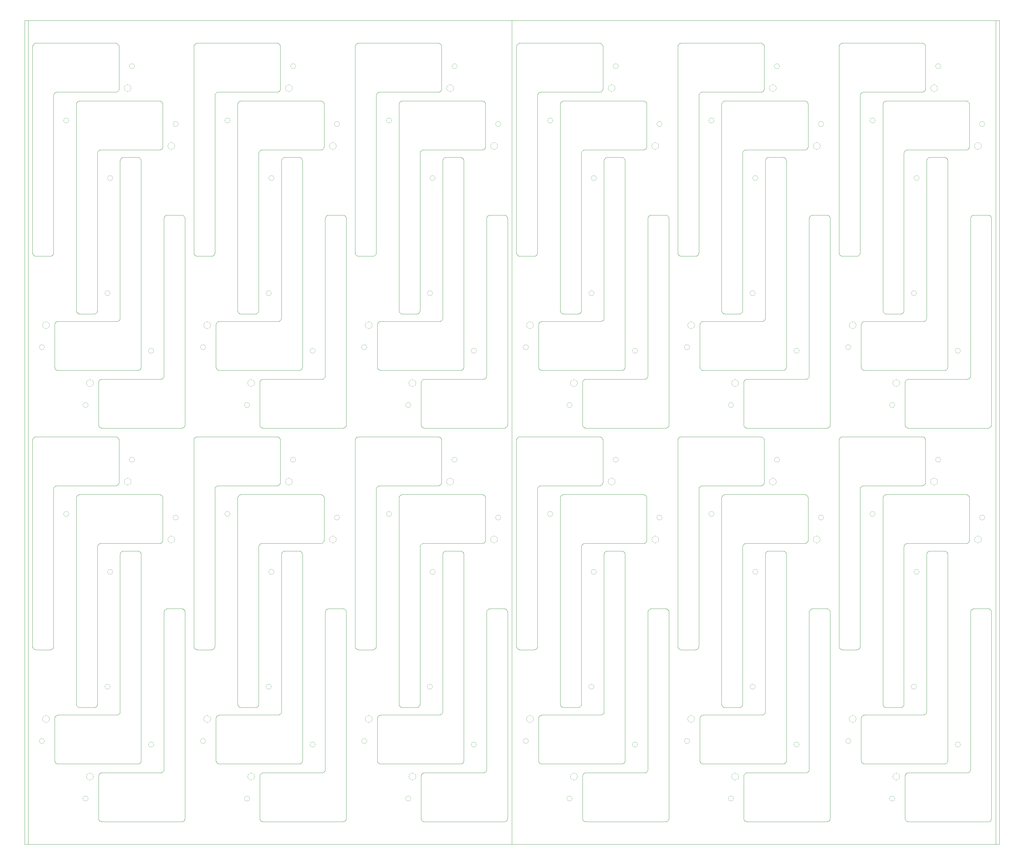
<source format=gbr>
*
%FSTAX45Y45*%
%MOMM*%
%ADD10C,0.010000*%
%ADD11C,0.100000*%
%ADD12C,1.500000X1.400000*%
%ADD13C,2.000000X1.900000*%
%IPPOS*%
%LNrout_scpt.gbr*%
%LPD*%
G75*
G54D10*
X-0001YD02*
X-000084233Y000001251D01*
X-00006886Y000004972D01*
X-000054267Y00001107D01*
X-000040817Y000019393D01*
X-000028848Y000029733D01*
X-000018659Y000041831D01*
X-000010505Y000055383D01*
X-00000459Y000070052D01*
X-000001061Y00008547D01*
XY0001D01*
Y00139731D01*
Y00145901D01*
Y00151943D01*
Y00491585D01*
Y00498212D01*
Y00505268D01*
Y00597768D01*
X-000001251Y005993447D01*
X-000004972Y00600882D01*
X-00001107Y006023413D01*
X-000019393Y006036863D01*
X-000029733Y006048832D01*
X-000041831Y006059021D01*
X-000055383Y006067175D01*
X-000070052Y00607309D01*
X-00008547Y006076619D01*
X-0001Y00607768D01*
X-0005D01*
X-000515767Y006076429D01*
X-00053114Y006072708D01*
X-000545733Y006066609D01*
X-000559183Y006058286D01*
X-000571152Y006047947D01*
X-000581341Y006035849D01*
X-000589495Y006022297D01*
X-00059541Y006007628D01*
X-000598939Y00599221D01*
X-0006Y00597768D01*
Y00505268D01*
Y00498212D01*
Y00491585D01*
Y00151943D01*
Y00149928D01*
X-00060066Y00148699D01*
X-00060256Y00147483D01*
X-00060449Y00146686D01*
X-00060689Y00145901D01*
X-000613861Y001445173D01*
X-000622967Y001432639D01*
X-000633973Y001421734D01*
X-00064396Y00141437D01*
X-000658415Y001406577D01*
X-000673887Y00140107D01*
X-000690016Y001397977D01*
X-0007Y00139731D01*
X-00236683D01*
X-002382597Y001396059D01*
X-00239797Y001392338D01*
X-002412563Y001386239D01*
X-002426013Y001377916D01*
X-002437982Y001367577D01*
X-002448171Y001355479D01*
X-002456325Y001341927D01*
X-00246224Y001327258D01*
X-002465769Y00131184D01*
X-00246683Y00129731D01*
Y0001D01*
X-002465579Y000084233D01*
X-002461858Y00006886D01*
X-002455759Y000054267D01*
X-002447436Y000040817D01*
X-002437097Y000028848D01*
X-002424999Y000018659D01*
X-002411447Y000010505D01*
X-002396778Y00000459D01*
X-00238136Y000001061D01*
X-00236683YD01*
X-0001D01*
Y01123D02*
X-000084233Y011231251D01*
X-00006886Y011234972D01*
X-000054267Y01124107D01*
X-000040817Y011249393D01*
X-000028848Y011259733D01*
X-000018659Y011271831D01*
X-000010505Y011285383D01*
X-00000459Y011300052D01*
X-000001061Y01131547D01*
XY01133D01*
Y01262731D01*
Y01268901D01*
Y01274943D01*
Y01614585D01*
Y01621212D01*
Y01628268D01*
Y01720768D01*
X-000001251Y017223447D01*
X-000004972Y01723882D01*
X-00001107Y017253413D01*
X-000019393Y017266863D01*
X-000029733Y017278832D01*
X-000041831Y017289021D01*
X-000055383Y017297175D01*
X-000070052Y01730309D01*
X-00008547Y017306619D01*
X-0001Y01730768D01*
X-0005D01*
X-000515767Y017306429D01*
X-00053114Y017302708D01*
X-000545733Y017296609D01*
X-000559183Y017288286D01*
X-000571152Y017277947D01*
X-000581341Y017265849D01*
X-000589495Y017252297D01*
X-00059541Y017237628D01*
X-000598939Y01722221D01*
X-0006Y01720768D01*
Y01628268D01*
Y01621212D01*
Y01614585D01*
Y01274943D01*
Y01272928D01*
X-00060066Y01271699D01*
X-00060256Y01270483D01*
X-00060449Y01269686D01*
X-00060689Y01268901D01*
X-000613861Y012675173D01*
X-000622967Y012662639D01*
X-000633973Y012651734D01*
X-00064396Y01264437D01*
X-000658415Y012636577D01*
X-000673887Y01263107D01*
X-000690016Y012627977D01*
X-0007Y01262731D01*
X-00236683D01*
X-002382597Y012626059D01*
X-00239797Y012622338D01*
X-002412563Y012616239D01*
X-002426013Y012607916D01*
X-002437982Y012597577D01*
X-002448171Y012585479D01*
X-002456325Y012571927D01*
X-00246224Y012557258D01*
X-002465769Y01254184D01*
X-00246683Y01252731D01*
Y01133D01*
X-002465579Y011314233D01*
X-002461858Y01129886D01*
X-002455759Y011284267D01*
X-002447436Y011270817D01*
X-002437097Y011258848D01*
X-002424999Y011248659D01*
X-002411447Y011240505D01*
X-002396778Y01123459D01*
X-00238136Y011231061D01*
X-00236683Y01123D01*
X-0001D01*
X0045YD02*
X004515767Y000001251D01*
X00453114Y000004972D01*
X004545733Y00001107D01*
X004559183Y000019393D01*
X004571152Y000029733D01*
X004581341Y000041831D01*
X004589495Y000055383D01*
X00459541Y000070052D01*
X004598939Y00008547D01*
X0046Y0001D01*
Y00139731D01*
Y00145901D01*
Y00151943D01*
Y00491585D01*
Y00498212D01*
Y00505268D01*
Y00597768D01*
X004598749Y005993447D01*
X004595028Y00600882D01*
X004588929Y006023413D01*
X004580606Y006036863D01*
X004570267Y006048832D01*
X004558169Y006059021D01*
X004544617Y006067175D01*
X004529948Y00607309D01*
X00451453Y006076619D01*
X0045Y00607768D01*
X0041D01*
X004084233Y006076429D01*
X00406886Y006072708D01*
X004054267Y006066609D01*
X004040817Y006058286D01*
X004028848Y006047947D01*
X004018659Y006035849D01*
X004010505Y006022297D01*
X00400459Y006007628D01*
X004001061Y00599221D01*
X004Y00597768D01*
Y00505268D01*
Y00498212D01*
Y00491585D01*
Y00151943D01*
Y00149928D01*
X00399934Y00148699D01*
X00399744Y00147483D01*
X00399551Y00146686D01*
X00399311Y00145901D01*
X003986139Y001445173D01*
X003977032Y001432639D01*
X003966027Y001421734D01*
X00395604Y00141437D01*
X003941584Y001406577D01*
X003926113Y00140107D01*
X003909984Y001397977D01*
X0039Y00139731D01*
X00223317D01*
X002217403Y001396059D01*
X00220203Y001392338D01*
X002187437Y001386239D01*
X002173987Y001377916D01*
X002162018Y001367577D01*
X002151829Y001355479D01*
X002143675Y001341927D01*
X00213776Y001327258D01*
X002134231Y00131184D01*
X00213317Y00129731D01*
Y0001D01*
X002134421Y000084233D01*
X002138142Y00006886D01*
X00214424Y000054267D01*
X002152563Y000040817D01*
X002162903Y000028848D01*
X002175001Y000018659D01*
X002188553Y000010505D01*
X002203222Y00000459D01*
X00221864Y000001061D01*
X00223317YD01*
X0045D01*
Y01123D02*
X004515767Y011231251D01*
X00453114Y011234972D01*
X004545733Y01124107D01*
X004559183Y011249393D01*
X004571152Y011259733D01*
X004581341Y011271831D01*
X004589495Y011285383D01*
X00459541Y011300052D01*
X004598939Y01131547D01*
X0046Y01133D01*
Y01262731D01*
Y01268901D01*
Y01274943D01*
Y01614585D01*
Y01621212D01*
Y01628268D01*
Y01720768D01*
X004598749Y017223447D01*
X004595028Y01723882D01*
X004588929Y017253413D01*
X004580606Y017266863D01*
X004570267Y017278832D01*
X004558169Y017289021D01*
X004544617Y017297175D01*
X004529948Y01730309D01*
X00451453Y017306619D01*
X0045Y01730768D01*
X0041D01*
X004084233Y017306429D01*
X00406886Y017302708D01*
X004054267Y017296609D01*
X004040817Y017288286D01*
X004028848Y017277947D01*
X004018659Y017265849D01*
X004010505Y017252297D01*
X00400459Y017237628D01*
X004001061Y01722221D01*
X004Y01720768D01*
Y01628268D01*
Y01621212D01*
Y01614585D01*
Y01274943D01*
Y01272928D01*
X00399934Y01271699D01*
X00399744Y01270483D01*
X00399551Y01269686D01*
X00399311Y01268901D01*
X003986139Y012675173D01*
X003977032Y012662639D01*
X003966027Y012651734D01*
X00395604Y01264437D01*
X003941584Y012636577D01*
X003926113Y01263107D01*
X003909984Y012627977D01*
X0039Y01262731D01*
X00223317D01*
X002217403Y012626059D01*
X00220203Y012622338D01*
X002187437Y012616239D01*
X002173987Y012607916D01*
X002162018Y012597577D01*
X002151829Y012585479D01*
X002143675Y012571927D01*
X00213776Y012557258D01*
X002134231Y01254184D01*
X00213317Y01252731D01*
Y01133D01*
X002134421Y011314233D01*
X002138142Y01129886D01*
X00214424Y011284267D01*
X002152563Y011270817D01*
X002162903Y011258848D01*
X002175001Y011248659D01*
X002188553Y011240505D01*
X002203222Y01123459D01*
X00221864Y011231061D01*
X00223317Y01123D01*
X0045D01*
X0091YD02*
X009115767Y000001251D01*
X00913114Y000004972D01*
X009145733Y00001107D01*
X009159183Y000019393D01*
X009171152Y000029733D01*
X009181341Y000041831D01*
X009189495Y000055383D01*
X00919541Y000070052D01*
X009198939Y00008547D01*
X0092Y0001D01*
Y00139731D01*
Y00145901D01*
Y00151943D01*
Y00491585D01*
Y00498212D01*
Y00505268D01*
Y00597768D01*
X009198749Y005993447D01*
X009195028Y00600882D01*
X009188929Y006023413D01*
X009180606Y006036863D01*
X009170267Y006048832D01*
X009158169Y006059021D01*
X009144617Y006067175D01*
X009129948Y00607309D01*
X00911453Y006076619D01*
X0091Y00607768D01*
X0087D01*
X008684233Y006076429D01*
X00866886Y006072708D01*
X008654267Y006066609D01*
X008640817Y006058286D01*
X008628848Y006047947D01*
X008618659Y006035849D01*
X008610505Y006022297D01*
X00860459Y006007628D01*
X008601061Y00599221D01*
X0086Y00597768D01*
Y00505268D01*
Y00498212D01*
Y00491585D01*
Y00151943D01*
Y00149928D01*
X00859934Y00148699D01*
X00859744Y00147483D01*
X00859551Y00146686D01*
X00859311Y00145901D01*
X008586139Y001445173D01*
X008577032Y001432639D01*
X008566027Y001421734D01*
X00855604Y00141437D01*
X008541584Y001406577D01*
X008526113Y00140107D01*
X008509984Y001397977D01*
X0085Y00139731D01*
X00683317D01*
X006817403Y001396059D01*
X00680203Y001392338D01*
X006787437Y001386239D01*
X006773987Y001377916D01*
X006762018Y001367577D01*
X006751829Y001355479D01*
X006743675Y001341927D01*
X00673776Y001327258D01*
X006734231Y00131184D01*
X00673317Y00129731D01*
Y0001D01*
X006734421Y000084233D01*
X006738142Y00006886D01*
X00674424Y000054267D01*
X006752563Y000040817D01*
X006762903Y000028848D01*
X006775001Y000018659D01*
X006788553Y000010505D01*
X006803222Y00000459D01*
X00681864Y000001061D01*
X00683317YD01*
X0091D01*
Y01123D02*
X009115767Y011231251D01*
X00913114Y011234972D01*
X009145733Y01124107D01*
X009159183Y011249393D01*
X009171152Y011259733D01*
X009181341Y011271831D01*
X009189495Y011285383D01*
X00919541Y011300052D01*
X009198939Y01131547D01*
X0092Y01133D01*
Y01262731D01*
Y01268901D01*
Y01274943D01*
Y01614585D01*
Y01621212D01*
Y01628268D01*
Y01720768D01*
X009198749Y017223447D01*
X009195028Y01723882D01*
X009188929Y017253413D01*
X009180606Y017266863D01*
X009170267Y017278832D01*
X009158169Y017289021D01*
X009144617Y017297175D01*
X009129948Y01730309D01*
X00911453Y017306619D01*
X0091Y01730768D01*
X0087D01*
X008684233Y017306429D01*
X00866886Y017302708D01*
X008654267Y017296609D01*
X008640817Y017288286D01*
X008628848Y017277947D01*
X008618659Y017265849D01*
X008610505Y017252297D01*
X00860459Y017237628D01*
X008601061Y01722221D01*
X0086Y01720768D01*
Y01628268D01*
Y01621212D01*
Y01614585D01*
Y01274943D01*
Y01272928D01*
X00859934Y01271699D01*
X00859744Y01270483D01*
X00859551Y01269686D01*
X00859311Y01268901D01*
X008586139Y012675173D01*
X008577032Y012662639D01*
X008566027Y012651734D01*
X00855604Y01264437D01*
X008541584Y012636577D01*
X008526113Y01263107D01*
X008509984Y012627977D01*
X0085Y01262731D01*
X00683317D01*
X006817403Y012626059D01*
X00680203Y012622338D01*
X006787437Y012616239D01*
X006773987Y012607916D01*
X006762018Y012597577D01*
X006751829Y012585479D01*
X006743675Y012571927D01*
X00673776Y012557258D01*
X006734231Y01254184D01*
X00673317Y01252731D01*
Y01133D01*
X006734421Y011314233D01*
X006738142Y01129886D01*
X00674424Y011284267D01*
X006752563Y011270817D01*
X006762903Y011258848D01*
X006775001Y011248659D01*
X006788553Y011240505D01*
X006803222Y01123459D01*
X00681864Y011231061D01*
X00683317Y01123D01*
X0091D01*
X-001748Y007688D02*
X-001763767Y007686749D01*
X-00177914Y007683028D01*
X-001793733Y007676929D01*
X-001807183Y007668606D01*
X-001819152Y007658267D01*
X-001829341Y007646169D01*
X-001837495Y007632617D01*
X-00184341Y007617948D01*
X-001846939Y00760253D01*
X-001848Y007588D01*
Y00629069D01*
Y00622899D01*
Y00616857D01*
Y00277215D01*
Y00270588D01*
Y00263532D01*
Y00171032D01*
X-001846749Y001694553D01*
X-001843028Y00167918D01*
X-001836929Y001664587D01*
X-001828606Y001651137D01*
X-001818267Y001639168D01*
X-001806169Y001628979D01*
X-001792617Y001620825D01*
X-001777948Y00161491D01*
X-00176253Y001611381D01*
X-001748Y00161032D01*
X-001348D01*
X-001332233Y001611571D01*
X-00131686Y001615292D01*
X-001302267Y00162139D01*
X-001288817Y001629713D01*
X-001276848Y001640053D01*
X-001266659Y001652151D01*
X-001258505Y001665703D01*
X-00125259Y001680372D01*
X-001249061Y00169579D01*
X-001248Y00171032D01*
Y00263532D01*
Y00270588D01*
Y00277215D01*
Y00616857D01*
Y00618872D01*
X-00124734Y00620101D01*
X-00124544Y00621317D01*
X-00124351Y00622114D01*
X-00124111Y00622899D01*
X-001234139Y006242826D01*
X-001225032Y006255361D01*
X-001214027Y006266266D01*
X-00120404Y00627363D01*
X-001189584Y006281423D01*
X-001174113Y00628693D01*
X-001157984Y006290022D01*
X-001148Y00629069D01*
X00051883D01*
X000534597Y006291941D01*
X00054997Y006295662D01*
X000564563Y00630176D01*
X000578013Y006310083D01*
X000589982Y006320423D01*
X000600171Y006332521D01*
X000608325Y006346073D01*
X00061424Y006360742D01*
X000617769Y00637616D01*
X00061883Y00639069D01*
Y007588D01*
X000617579Y007603767D01*
X000613858Y00761914D01*
X000607759Y007633733D01*
X000599436Y007647183D01*
X000589097Y007659152D01*
X000576999Y007669341D01*
X000563447Y007677495D01*
X000548778Y00768341D01*
X00053336Y007686939D01*
X00051883Y007688D01*
X-001748D01*
Y018918D02*
X-001763767Y018916749D01*
X-00177914Y018913028D01*
X-001793733Y018906929D01*
X-001807183Y018898606D01*
X-001819152Y018888267D01*
X-001829341Y018876169D01*
X-001837495Y018862617D01*
X-00184341Y018847948D01*
X-001846939Y01883253D01*
X-001848Y018818D01*
Y01752069D01*
Y01745899D01*
Y01739857D01*
Y01400215D01*
Y01393588D01*
Y01386532D01*
Y01294032D01*
X-001846749Y012924553D01*
X-001843028Y01290918D01*
X-001836929Y012894587D01*
X-001828606Y012881137D01*
X-001818267Y012869168D01*
X-001806169Y012858979D01*
X-001792617Y012850825D01*
X-001777948Y01284491D01*
X-00176253Y012841381D01*
X-001748Y01284032D01*
X-001348D01*
X-001332233Y012841571D01*
X-00131686Y012845292D01*
X-001302267Y01285139D01*
X-001288817Y012859713D01*
X-001276848Y012870053D01*
X-001266659Y012882151D01*
X-001258505Y012895703D01*
X-00125259Y012910372D01*
X-001249061Y01292579D01*
X-001248Y01294032D01*
Y01386532D01*
Y01393588D01*
Y01400215D01*
Y01739857D01*
Y01741872D01*
X-00124734Y01743101D01*
X-00124544Y01744317D01*
X-00124351Y01745114D01*
X-00124111Y01745899D01*
X-001234139Y017472826D01*
X-001225032Y017485361D01*
X-001214027Y017496266D01*
X-00120404Y01750363D01*
X-001189584Y017511423D01*
X-001174113Y01751693D01*
X-001157984Y017520022D01*
X-001148Y01752069D01*
X00051883D01*
X000534597Y017521941D01*
X00054997Y017525662D01*
X000564563Y01753176D01*
X000578013Y017540083D01*
X000589982Y017550423D01*
X000600171Y017562521D01*
X000608325Y017576073D01*
X00061424Y017590742D01*
X000617769Y01760616D01*
X00061883Y01762069D01*
Y018818D01*
X000617579Y018833767D01*
X000613858Y01884914D01*
X000607759Y018863733D01*
X000599436Y018877183D01*
X000589097Y018889152D01*
X000576999Y018899341D01*
X000563447Y018907495D01*
X000548778Y01891341D01*
X00053336Y018916939D01*
X00051883Y018918D01*
X-001748D01*
X002852Y007688D02*
X002836233Y007686749D01*
X00282086Y007683028D01*
X002806267Y007676929D01*
X002792817Y007668606D01*
X002780848Y007658267D01*
X002770659Y007646169D01*
X002762505Y007632617D01*
X00275659Y007617948D01*
X002753061Y00760253D01*
X002752Y007588D01*
Y00629069D01*
Y00622899D01*
Y00616857D01*
Y00277215D01*
Y00270588D01*
Y00263532D01*
Y00171032D01*
X002753251Y001694553D01*
X002756972Y00167918D01*
X00276307Y001664587D01*
X002771393Y001651137D01*
X002781733Y001639168D01*
X002793831Y001628979D01*
X002807383Y001620825D01*
X002822052Y00161491D01*
X00283747Y001611381D01*
X002852Y00161032D01*
X003252D01*
X003267767Y001611571D01*
X00328314Y001615292D01*
X003297733Y00162139D01*
X003311183Y001629713D01*
X003323152Y001640053D01*
X003333341Y001652151D01*
X003341495Y001665703D01*
X00334741Y001680372D01*
X003350939Y00169579D01*
X003352Y00171032D01*
Y00263532D01*
Y00270588D01*
Y00277215D01*
Y00616857D01*
Y00618872D01*
X00335266Y00620101D01*
X00335456Y00621317D01*
X00335649Y00622114D01*
X00335889Y00622899D01*
X003365861Y006242826D01*
X003374967Y006255361D01*
X003385973Y006266266D01*
X00339596Y00627363D01*
X003410415Y006281423D01*
X003425887Y00628693D01*
X003442016Y006290022D01*
X003452Y00629069D01*
X00511883D01*
X005134597Y006291941D01*
X00514997Y006295662D01*
X005164563Y00630176D01*
X005178013Y006310083D01*
X005189982Y006320423D01*
X005200171Y006332521D01*
X005208325Y006346073D01*
X00521424Y006360742D01*
X005217769Y00637616D01*
X00521883Y00639069D01*
Y007588D01*
X005217579Y007603767D01*
X005213858Y00761914D01*
X005207759Y007633733D01*
X005199436Y007647183D01*
X005189097Y007659152D01*
X005176999Y007669341D01*
X005163447Y007677495D01*
X005148778Y00768341D01*
X00513336Y007686939D01*
X00511883Y007688D01*
X002852D01*
Y018918D02*
X002836233Y018916749D01*
X00282086Y018913028D01*
X002806267Y018906929D01*
X002792817Y018898606D01*
X002780848Y018888267D01*
X002770659Y018876169D01*
X002762505Y018862617D01*
X00275659Y018847948D01*
X002753061Y01883253D01*
X002752Y018818D01*
Y01752069D01*
Y01745899D01*
Y01739857D01*
Y01400215D01*
Y01393588D01*
Y01386532D01*
Y01294032D01*
X002753251Y012924553D01*
X002756972Y01290918D01*
X00276307Y012894587D01*
X002771393Y012881137D01*
X002781733Y012869168D01*
X002793831Y012858979D01*
X002807383Y012850825D01*
X002822052Y01284491D01*
X00283747Y012841381D01*
X002852Y01284032D01*
X003252D01*
X003267767Y012841571D01*
X00328314Y012845292D01*
X003297733Y01285139D01*
X003311183Y012859713D01*
X003323152Y012870053D01*
X003333341Y012882151D01*
X003341495Y012895703D01*
X00334741Y012910372D01*
X003350939Y01292579D01*
X003352Y01294032D01*
Y01386532D01*
Y01393588D01*
Y01400215D01*
Y01739857D01*
Y01741872D01*
X00335266Y01743101D01*
X00335456Y01744317D01*
X00335649Y01745114D01*
X00335889Y01745899D01*
X003365861Y017472826D01*
X003374967Y017485361D01*
X003385973Y017496266D01*
X00339596Y01750363D01*
X003410415Y017511423D01*
X003425887Y01751693D01*
X003442016Y017520022D01*
X003452Y01752069D01*
X00511883D01*
X005134597Y017521941D01*
X00514997Y017525662D01*
X005164563Y01753176D01*
X005178013Y017540083D01*
X005189982Y017550423D01*
X005200171Y017562521D01*
X005208325Y017576073D01*
X00521424Y017590742D01*
X005217769Y01760616D01*
X00521883Y01762069D01*
Y018818D01*
X005217579Y018833767D01*
X005213858Y01884914D01*
X005207759Y018863733D01*
X005199436Y018877183D01*
X005189097Y018889152D01*
X005176999Y018899341D01*
X005163447Y018907495D01*
X005148778Y01891341D01*
X00513336Y018916939D01*
X00511883Y018918D01*
X002852D01*
X007452Y007688D02*
X007436233Y007686749D01*
X00742086Y007683028D01*
X007406267Y007676929D01*
X007392817Y007668606D01*
X007380848Y007658267D01*
X007370659Y007646169D01*
X007362505Y007632617D01*
X00735659Y007617948D01*
X007353061Y00760253D01*
X007352Y007588D01*
Y00629069D01*
Y00622899D01*
Y00616857D01*
Y00277215D01*
Y00270588D01*
Y00263532D01*
Y00171032D01*
X007353251Y001694553D01*
X007356972Y00167918D01*
X00736307Y001664587D01*
X007371393Y001651137D01*
X007381733Y001639168D01*
X007393831Y001628979D01*
X007407383Y001620825D01*
X007422052Y00161491D01*
X00743747Y001611381D01*
X007452Y00161032D01*
X007852D01*
X007867767Y001611571D01*
X00788314Y001615292D01*
X007897733Y00162139D01*
X007911183Y001629713D01*
X007923152Y001640053D01*
X007933341Y001652151D01*
X007941495Y001665703D01*
X00794741Y001680372D01*
X007950939Y00169579D01*
X007952Y00171032D01*
Y00263532D01*
Y00270588D01*
Y00277215D01*
Y00616857D01*
Y00618872D01*
X00795266Y00620101D01*
X00795456Y00621317D01*
X00795649Y00622114D01*
X00795889Y00622899D01*
X007965861Y006242826D01*
X007974967Y006255361D01*
X007985973Y006266266D01*
X00799596Y00627363D01*
X008010415Y006281423D01*
X008025887Y00628693D01*
X008042016Y006290022D01*
X008052Y00629069D01*
X00971883D01*
X009734597Y006291941D01*
X00974997Y006295662D01*
X009764563Y00630176D01*
X009778013Y006310083D01*
X009789982Y006320423D01*
X009800171Y006332521D01*
X009808325Y006346073D01*
X00981424Y006360742D01*
X009817769Y00637616D01*
X00981883Y00639069D01*
Y007588D01*
X009817579Y007603767D01*
X009813858Y00761914D01*
X009807759Y007633733D01*
X009799436Y007647183D01*
X009789097Y007659152D01*
X009776999Y007669341D01*
X009763447Y007677495D01*
X009748778Y00768341D01*
X00973336Y007686939D01*
X00971883Y007688D01*
X007452D01*
Y018918D02*
X007436233Y018916749D01*
X00742086Y018913028D01*
X007406267Y018906929D01*
X007392817Y018898606D01*
X007380848Y018888267D01*
X007370659Y018876169D01*
X007362505Y018862617D01*
X00735659Y018847948D01*
X007353061Y01883253D01*
X007352Y018818D01*
Y01752069D01*
Y01745899D01*
Y01739857D01*
Y01400215D01*
Y01393588D01*
Y01386532D01*
Y01294032D01*
X007353251Y012924553D01*
X007356972Y01290918D01*
X00736307Y012894587D01*
X007371393Y012881137D01*
X007381733Y012869168D01*
X007393831Y012858979D01*
X007407383Y012850825D01*
X007422052Y01284491D01*
X00743747Y012841381D01*
X007452Y01284032D01*
X007852D01*
X007867767Y012841571D01*
X00788314Y012845292D01*
X007897733Y01285139D01*
X007911183Y012859713D01*
X007923152Y012870053D01*
X007933341Y012882151D01*
X007941495Y012895703D01*
X00794741Y012910372D01*
X007950939Y01292579D01*
X007952Y01294032D01*
Y01386532D01*
Y01393588D01*
Y01400215D01*
Y01739857D01*
Y01741872D01*
X00795266Y01743101D01*
X00795456Y01744317D01*
X00795649Y01745114D01*
X00795889Y01745899D01*
X007965861Y017472826D01*
X007974967Y017485361D01*
X007985973Y017496266D01*
X00799596Y01750363D01*
X008010415Y017511423D01*
X008025887Y01751693D01*
X008042016Y017520022D01*
X008052Y01752069D01*
X00971883D01*
X009734597Y017521941D01*
X00974997Y017525662D01*
X009764563Y01753176D01*
X009778013Y017540083D01*
X009789982Y017550423D01*
X009800171Y017562521D01*
X009808325Y017576073D01*
X00981424Y017590742D01*
X009817769Y01760616D01*
X00981883Y01762069D01*
Y018818D01*
X009817579Y018833767D01*
X009813858Y01884914D01*
X009807759Y018863733D01*
X009799436Y018877183D01*
X009789097Y018889152D01*
X009776999Y018899341D01*
X009763447Y018907495D01*
X009748778Y01891341D01*
X00973336Y018916939D01*
X00971883Y018918D01*
X007452D01*
X00115Y-001648D02*
X001165767Y-001646749D01*
X00118114Y-001643028D01*
X001195733Y-001636929D01*
X001209183Y-001628606D01*
X001221152Y-001618267D01*
X001231341Y-001606169D01*
X001239495Y-001592617D01*
X00124541Y-001577948D01*
X001248939Y-00156253D01*
X00125Y-001548D01*
Y-00025069D01*
Y-00018899D01*
Y-00012857D01*
Y00326785D01*
Y00333412D01*
Y00340468D01*
Y00432968D01*
X001248749Y004345447D01*
X001245028Y00436082D01*
X001238929Y004375413D01*
X001230606Y004388863D01*
X001220267Y004400832D01*
X001208169Y004411021D01*
X001194617Y004419175D01*
X001179948Y00442509D01*
X00116453Y004428619D01*
X00115Y00442968D01*
X00075D01*
X000734233Y004428429D01*
X00071886Y004424708D01*
X000704267Y004418609D01*
X000690817Y004410286D01*
X000678848Y004399947D01*
X000668659Y004387849D01*
X000660505Y004374297D01*
X00065459Y004359628D01*
X000651061Y00434421D01*
X00065Y00432968D01*
Y00340468D01*
Y00333412D01*
Y00326785D01*
Y-00012857D01*
Y-00014872D01*
X00064934Y-00016101D01*
X00064744Y-00017317D01*
X00064551Y-00018114D01*
X00064311Y-00018899D01*
X000636139Y-000202826D01*
X000627032Y-000215361D01*
X000616027Y-000226266D01*
X00060604Y-00023363D01*
X000591584Y-000241423D01*
X000576113Y-00024693D01*
X000559984Y-000250022D01*
X00055Y-00025069D01*
X-00111683D01*
X-001132597Y-000251941D01*
X-00114797Y-000255662D01*
X-001162563Y-00026176D01*
X-001176013Y-000270083D01*
X-001187982Y-000280423D01*
X-001198171Y-000292521D01*
X-001206325Y-000306073D01*
X-00121224Y-000320742D01*
X-001215769Y-00033616D01*
X-00121683Y-00035069D01*
Y-001548D01*
X-001215579Y-001563767D01*
X-001211858Y-00157914D01*
X-001205759Y-001593733D01*
X-001197436Y-001607183D01*
X-001187097Y-001619152D01*
X-001174999Y-001629341D01*
X-001161447Y-001637495D01*
X-001146778Y-00164341D01*
X-00113136Y-001646939D01*
X-00111683Y-001648D01*
X00115D01*
Y009582D02*
X001165767Y009583251D01*
X00118114Y009586972D01*
X001195733Y00959307D01*
X001209183Y009601393D01*
X001221152Y009611733D01*
X001231341Y009623831D01*
X001239495Y009637383D01*
X00124541Y009652052D01*
X001248939Y00966747D01*
X00125Y009682D01*
Y01097931D01*
Y01104101D01*
Y01110143D01*
Y01449785D01*
Y01456412D01*
Y01463468D01*
Y01555968D01*
X001248749Y015575447D01*
X001245028Y01559082D01*
X001238929Y015605413D01*
X001230606Y015618863D01*
X001220267Y015630832D01*
X001208169Y015641021D01*
X001194617Y015649175D01*
X001179948Y01565509D01*
X00116453Y015658619D01*
X00115Y01565968D01*
X00075D01*
X000734233Y015658429D01*
X00071886Y015654708D01*
X000704267Y015648609D01*
X000690817Y015640286D01*
X000678848Y015629947D01*
X000668659Y015617849D01*
X000660505Y015604297D01*
X00065459Y015589628D01*
X000651061Y01557421D01*
X00065Y01555968D01*
Y01463468D01*
Y01456412D01*
Y01449785D01*
Y01110143D01*
Y01108128D01*
X00064934Y01106899D01*
X00064744Y01105683D01*
X00064551Y01104886D01*
X00064311Y01104101D01*
X000636139Y011027173D01*
X000627032Y011014639D01*
X000616027Y011003734D01*
X00060604Y01099637D01*
X000591584Y010988577D01*
X000576113Y01098307D01*
X000559984Y010979977D01*
X00055Y01097931D01*
X-00111683D01*
X-001132597Y010978059D01*
X-00114797Y010974338D01*
X-001162563Y010968239D01*
X-001176013Y010959916D01*
X-001187982Y010949577D01*
X-001198171Y010937479D01*
X-001206325Y010923927D01*
X-00121224Y010909258D01*
X-001215769Y01089384D01*
X-00121683Y01087931D01*
Y009682D01*
X-001215579Y009666233D01*
X-001211858Y00965086D01*
X-001205759Y009636267D01*
X-001197436Y009622817D01*
X-001187097Y009610848D01*
X-001174999Y009600659D01*
X-001161447Y009592505D01*
X-001146778Y00958659D01*
X-00113136Y009583061D01*
X-00111683Y009582D01*
X00115D01*
X00575Y-001648D02*
X005765767Y-001646749D01*
X00578114Y-001643028D01*
X005795733Y-001636929D01*
X005809183Y-001628606D01*
X005821152Y-001618267D01*
X005831341Y-001606169D01*
X005839495Y-001592617D01*
X00584541Y-001577948D01*
X005848939Y-00156253D01*
X00585Y-001548D01*
Y-00025069D01*
Y-00018899D01*
Y-00012857D01*
Y00326785D01*
Y00333412D01*
Y00340468D01*
Y00432968D01*
X005848749Y004345447D01*
X005845028Y00436082D01*
X005838929Y004375413D01*
X005830606Y004388863D01*
X005820267Y004400832D01*
X005808169Y004411021D01*
X005794617Y004419175D01*
X005779948Y00442509D01*
X00576453Y004428619D01*
X00575Y00442968D01*
X00535D01*
X005334233Y004428429D01*
X00531886Y004424708D01*
X005304267Y004418609D01*
X005290817Y004410286D01*
X005278848Y004399947D01*
X005268659Y004387849D01*
X005260505Y004374297D01*
X00525459Y004359628D01*
X005251061Y00434421D01*
X00525Y00432968D01*
Y00340468D01*
Y00333412D01*
Y00326785D01*
Y-00012857D01*
Y-00014872D01*
X00524934Y-00016101D01*
X00524744Y-00017317D01*
X00524551Y-00018114D01*
X00524311Y-00018899D01*
X005236139Y-000202826D01*
X005227032Y-000215361D01*
X005216027Y-000226266D01*
X00520604Y-00023363D01*
X005191584Y-000241423D01*
X005176113Y-00024693D01*
X005159984Y-000250022D01*
X00515Y-00025069D01*
X00348317D01*
X003467403Y-000251941D01*
X00345203Y-000255662D01*
X003437437Y-00026176D01*
X003423987Y-000270083D01*
X003412018Y-000280423D01*
X003401829Y-000292521D01*
X003393675Y-000306073D01*
X00338776Y-000320742D01*
X003384231Y-00033616D01*
X00338317Y-00035069D01*
Y-001548D01*
X003384421Y-001563767D01*
X003388142Y-00157914D01*
X00339424Y-001593733D01*
X003402563Y-001607183D01*
X003412903Y-001619152D01*
X003425001Y-001629341D01*
X003438553Y-001637495D01*
X003453222Y-00164341D01*
X00346864Y-001646939D01*
X00348317Y-001648D01*
X00575D01*
Y009582D02*
X005765767Y009583251D01*
X00578114Y009586972D01*
X005795733Y00959307D01*
X005809183Y009601393D01*
X005821152Y009611733D01*
X005831341Y009623831D01*
X005839495Y009637383D01*
X00584541Y009652052D01*
X005848939Y00966747D01*
X00585Y009682D01*
Y01097931D01*
Y01104101D01*
Y01110143D01*
Y01449785D01*
Y01456412D01*
Y01463468D01*
Y01555968D01*
X005848749Y015575447D01*
X005845028Y01559082D01*
X005838929Y015605413D01*
X005830606Y015618863D01*
X005820267Y015630832D01*
X005808169Y015641021D01*
X005794617Y015649175D01*
X005779948Y01565509D01*
X00576453Y015658619D01*
X00575Y01565968D01*
X00535D01*
X005334233Y015658429D01*
X00531886Y015654708D01*
X005304267Y015648609D01*
X005290817Y015640286D01*
X005278848Y015629947D01*
X005268659Y015617849D01*
X005260505Y015604297D01*
X00525459Y015589628D01*
X005251061Y01557421D01*
X00525Y01555968D01*
Y01463468D01*
Y01456412D01*
Y01449785D01*
Y01110143D01*
Y01108128D01*
X00524934Y01106899D01*
X00524744Y01105683D01*
X00524551Y01104886D01*
X00524311Y01104101D01*
X005236139Y011027173D01*
X005227032Y011014639D01*
X005216027Y011003734D01*
X00520604Y01099637D01*
X005191584Y010988577D01*
X005176113Y01098307D01*
X005159984Y010979977D01*
X00515Y01097931D01*
X00348317D01*
X003467403Y010978059D01*
X00345203Y010974338D01*
X003437437Y010968239D01*
X003423987Y010959916D01*
X003412018Y010949577D01*
X003401829Y010937479D01*
X003393675Y010923927D01*
X00338776Y010909258D01*
X003384231Y01089384D01*
X00338317Y01087931D01*
Y009682D01*
X003384421Y009666233D01*
X003388142Y00965086D01*
X00339424Y009636267D01*
X003402563Y009622817D01*
X003412903Y009610848D01*
X003425001Y009600659D01*
X003438553Y009592505D01*
X003453222Y00958659D01*
X00346864Y009583061D01*
X00348317Y009582D01*
X00575D01*
X01035Y-001648D02*
X010365767Y-001646749D01*
X01038114Y-001643028D01*
X010395733Y-001636929D01*
X010409183Y-001628606D01*
X010421152Y-001618267D01*
X010431341Y-001606169D01*
X010439495Y-001592617D01*
X01044541Y-001577948D01*
X010448939Y-00156253D01*
X01045Y-001548D01*
Y-00025069D01*
Y-00018899D01*
Y-00012857D01*
Y00326785D01*
Y00333412D01*
Y00340468D01*
Y00432968D01*
X010448749Y004345447D01*
X010445028Y00436082D01*
X010438929Y004375413D01*
X010430606Y004388863D01*
X010420267Y004400832D01*
X010408169Y004411021D01*
X010394617Y004419175D01*
X010379948Y00442509D01*
X01036453Y004428619D01*
X01035Y00442968D01*
X00995D01*
X009934233Y004428429D01*
X00991886Y004424708D01*
X009904267Y004418609D01*
X009890817Y004410286D01*
X009878848Y004399947D01*
X009868659Y004387849D01*
X009860505Y004374297D01*
X00985459Y004359628D01*
X009851061Y00434421D01*
X00985Y00432968D01*
Y00340468D01*
Y00333412D01*
Y00326785D01*
Y-00012857D01*
Y-00014872D01*
X00984934Y-00016101D01*
X00984744Y-00017317D01*
X00984551Y-00018114D01*
X00984311Y-00018899D01*
X009836139Y-000202826D01*
X009827032Y-000215361D01*
X009816027Y-000226266D01*
X00980604Y-00023363D01*
X009791584Y-000241423D01*
X009776113Y-00024693D01*
X009759984Y-000250022D01*
X00975Y-00025069D01*
X00808317D01*
X008067403Y-000251941D01*
X00805203Y-000255662D01*
X008037437Y-00026176D01*
X008023987Y-000270083D01*
X008012018Y-000280423D01*
X008001829Y-000292521D01*
X007993675Y-000306073D01*
X00798776Y-000320742D01*
X007984231Y-00033616D01*
X00798317Y-00035069D01*
Y-001548D01*
X007984421Y-001563767D01*
X007988142Y-00157914D01*
X00799424Y-001593733D01*
X008002563Y-001607183D01*
X008012903Y-001619152D01*
X008025001Y-001629341D01*
X008038553Y-001637495D01*
X008053222Y-00164341D01*
X00806864Y-001646939D01*
X00808317Y-001648D01*
X01035D01*
Y009582D02*
X010365767Y009583251D01*
X01038114Y009586972D01*
X010395733Y00959307D01*
X010409183Y009601393D01*
X010421152Y009611733D01*
X010431341Y009623831D01*
X010439495Y009637383D01*
X01044541Y009652052D01*
X010448939Y00966747D01*
X01045Y009682D01*
Y01097931D01*
Y01104101D01*
Y01110143D01*
Y01449785D01*
Y01456412D01*
Y01463468D01*
Y01555968D01*
X010448749Y015575447D01*
X010445028Y01559082D01*
X010438929Y015605413D01*
X010430606Y015618863D01*
X010420267Y015630832D01*
X010408169Y015641021D01*
X010394617Y015649175D01*
X010379948Y01565509D01*
X01036453Y015658619D01*
X01035Y01565968D01*
X00995D01*
X009934233Y015658429D01*
X00991886Y015654708D01*
X009904267Y015648609D01*
X009890817Y015640286D01*
X009878848Y015629947D01*
X009868659Y015617849D01*
X009860505Y015604297D01*
X00985459Y015589628D01*
X009851061Y01557421D01*
X00985Y01555968D01*
Y01463468D01*
Y01456412D01*
Y01449785D01*
Y01110143D01*
Y01108128D01*
X00984934Y01106899D01*
X00984744Y01105683D01*
X00984551Y01104886D01*
X00984311Y01104101D01*
X009836139Y011027173D01*
X009827032Y011014639D01*
X009816027Y011003734D01*
X00980604Y01099637D01*
X009791584Y010988577D01*
X009776113Y01098307D01*
X009759984Y010979977D01*
X00975Y01097931D01*
X00808317D01*
X008067403Y010978059D01*
X00805203Y010974338D01*
X008037437Y010968239D01*
X008023987Y010959916D01*
X008012018Y010949577D01*
X008001829Y010937479D01*
X007993675Y010923927D01*
X00798776Y010909258D01*
X007984231Y01089384D01*
X00798317Y01087931D01*
Y009682D01*
X007984421Y009666233D01*
X007988142Y00965086D01*
X00799424Y009636267D01*
X008002563Y009622817D01*
X008012903Y009610848D01*
X008025001Y009600659D01*
X008038553Y009592505D01*
X008053222Y00958659D01*
X00806864Y009583061D01*
X00808317Y009582D01*
X01035D01*
X-002998Y009336D02*
X-003013767Y009334749D01*
X-00302914Y009331028D01*
X-003043733Y009324929D01*
X-003057183Y009316606D01*
X-003069152Y009306267D01*
X-003079341Y009294169D01*
X-003087495Y009280617D01*
X-00309341Y009265948D01*
X-003096939Y00925053D01*
X-003098Y009236D01*
Y00793869D01*
Y00787699D01*
Y00781657D01*
Y00442015D01*
Y00435388D01*
Y00428332D01*
Y00335832D01*
X-003096749Y003342553D01*
X-003093028Y00332718D01*
X-003086929Y003312587D01*
X-003078606Y003299137D01*
X-003068267Y003287168D01*
X-003056169Y003276979D01*
X-003042617Y003268825D01*
X-003027948Y00326291D01*
X-00301253Y003259381D01*
X-002998Y00325832D01*
X-002598D01*
X-002582233Y003259571D01*
X-00256686Y003263292D01*
X-002552267Y00326939D01*
X-002538817Y003277713D01*
X-002526848Y003288053D01*
X-002516659Y003300151D01*
X-002508505Y003313703D01*
X-00250259Y003328372D01*
X-002499061Y00334379D01*
X-002498Y00335832D01*
Y00428332D01*
Y00435388D01*
Y00442015D01*
Y00781657D01*
Y00783672D01*
X-00249734Y00784901D01*
X-00249544Y00786117D01*
X-00249351Y00786914D01*
X-00249111Y00787699D01*
X-002484139Y007890826D01*
X-002475032Y007903361D01*
X-002464027Y007914266D01*
X-00245404Y00792163D01*
X-002439584Y007929423D01*
X-002424113Y00793493D01*
X-002407984Y007938022D01*
X-002398Y00793869D01*
X-00073117D01*
X-000715403Y007939941D01*
X-00070003Y007943662D01*
X-000685437Y00794976D01*
X-000671987Y007958083D01*
X-000660018Y007968423D01*
X-000649829Y007980521D01*
X-000641675Y007994073D01*
X-00063576Y008008742D01*
X-000632231Y00802416D01*
X-00063117Y00803869D01*
Y009236D01*
X-000632421Y009251767D01*
X-000636142Y00926714D01*
X-00064224Y009281733D01*
X-000650563Y009295183D01*
X-000660903Y009307152D01*
X-000673001Y009317341D01*
X-000686553Y009325495D01*
X-000701222Y00933141D01*
X-00071664Y009334939D01*
X-00073117Y009336D01*
X-002998D01*
Y020566D02*
X-003013767Y020564749D01*
X-00302914Y020561028D01*
X-003043733Y020554929D01*
X-003057183Y020546606D01*
X-003069152Y020536267D01*
X-003079341Y020524169D01*
X-003087495Y020510617D01*
X-00309341Y020495948D01*
X-003096939Y02048053D01*
X-003098Y020466D01*
Y01916869D01*
Y01910699D01*
Y01904657D01*
Y01565015D01*
Y01558388D01*
Y01551332D01*
Y01458832D01*
X-003096749Y014572553D01*
X-003093028Y01455718D01*
X-003086929Y014542587D01*
X-003078606Y014529137D01*
X-003068267Y014517168D01*
X-003056169Y014506979D01*
X-003042617Y014498825D01*
X-003027948Y01449291D01*
X-00301253Y014489381D01*
X-002998Y01448832D01*
X-002598D01*
X-002582233Y014489571D01*
X-00256686Y014493292D01*
X-002552267Y01449939D01*
X-002538817Y014507713D01*
X-002526848Y014518053D01*
X-002516659Y014530151D01*
X-002508505Y014543703D01*
X-00250259Y014558372D01*
X-002499061Y01457379D01*
X-002498Y01458832D01*
Y01551332D01*
Y01558388D01*
Y01565015D01*
Y01904657D01*
Y01906672D01*
X-00249734Y01907901D01*
X-00249544Y01909117D01*
X-00249351Y01909914D01*
X-00249111Y01910699D01*
X-002484139Y019120826D01*
X-002475032Y019133361D01*
X-002464027Y019144266D01*
X-00245404Y01915163D01*
X-002439584Y019159423D01*
X-002424113Y01916493D01*
X-002407984Y019168022D01*
X-002398Y01916869D01*
X-00073117D01*
X-000715403Y019169941D01*
X-00070003Y019173662D01*
X-000685437Y01917976D01*
X-000671987Y019188083D01*
X-000660018Y019198423D01*
X-000649829Y019210521D01*
X-000641675Y019224073D01*
X-00063576Y019238742D01*
X-000632231Y01925416D01*
X-00063117Y01926869D01*
Y020466D01*
X-000632421Y020481767D01*
X-000636142Y02049714D01*
X-00064224Y020511733D01*
X-000650563Y020525183D01*
X-000660903Y020537152D01*
X-000673001Y020547341D01*
X-000686553Y020555495D01*
X-000701222Y02056141D01*
X-00071664Y020564939D01*
X-00073117Y020566D01*
X-002998D01*
X001602Y009336D02*
X001586233Y009334749D01*
X00157086Y009331028D01*
X001556267Y009324929D01*
X001542817Y009316606D01*
X001530848Y009306267D01*
X001520659Y009294169D01*
X001512505Y009280617D01*
X00150659Y009265948D01*
X001503061Y00925053D01*
X001502Y009236D01*
Y00793869D01*
Y00787699D01*
Y00781657D01*
Y00442015D01*
Y00435388D01*
Y00428332D01*
Y00335832D01*
X001503251Y003342553D01*
X001506972Y00332718D01*
X00151307Y003312587D01*
X001521393Y003299137D01*
X001531733Y003287168D01*
X001543831Y003276979D01*
X001557383Y003268825D01*
X001572052Y00326291D01*
X00158747Y003259381D01*
X001602Y00325832D01*
X002002D01*
X002017767Y003259571D01*
X00203314Y003263292D01*
X002047733Y00326939D01*
X002061183Y003277713D01*
X002073152Y003288053D01*
X002083341Y003300151D01*
X002091495Y003313703D01*
X00209741Y003328372D01*
X002100939Y00334379D01*
X002102Y00335832D01*
Y00428332D01*
Y00435388D01*
Y00442015D01*
Y00781657D01*
Y00783672D01*
X00210266Y00784901D01*
X00210456Y00786117D01*
X00210649Y00786914D01*
X00210889Y00787699D01*
X002115861Y007890826D01*
X002124967Y007903361D01*
X002135973Y007914266D01*
X00214596Y00792163D01*
X002160415Y007929423D01*
X002175887Y00793493D01*
X002192016Y007938022D01*
X002202Y00793869D01*
X00386883D01*
X003884597Y007939941D01*
X00389997Y007943662D01*
X003914563Y00794976D01*
X003928013Y007958083D01*
X003939982Y007968423D01*
X003950171Y007980521D01*
X003958325Y007994073D01*
X00396424Y008008742D01*
X003967769Y00802416D01*
X00396883Y00803869D01*
Y009236D01*
X003967579Y009251767D01*
X003963858Y00926714D01*
X003957759Y009281733D01*
X003949436Y009295183D01*
X003939097Y009307152D01*
X003926999Y009317341D01*
X003913447Y009325495D01*
X003898778Y00933141D01*
X00388336Y009334939D01*
X00386883Y009336D01*
X001602D01*
Y020566D02*
X001586233Y020564749D01*
X00157086Y020561028D01*
X001556267Y020554929D01*
X001542817Y020546606D01*
X001530848Y020536267D01*
X001520659Y020524169D01*
X001512505Y020510617D01*
X00150659Y020495948D01*
X001503061Y02048053D01*
X001502Y020466D01*
Y01916869D01*
Y01910699D01*
Y01904657D01*
Y01565015D01*
Y01558388D01*
Y01551332D01*
Y01458832D01*
X001503251Y014572553D01*
X001506972Y01455718D01*
X00151307Y014542587D01*
X001521393Y014529137D01*
X001531733Y014517168D01*
X001543831Y014506979D01*
X001557383Y014498825D01*
X001572052Y01449291D01*
X00158747Y014489381D01*
X001602Y01448832D01*
X002002D01*
X002017767Y014489571D01*
X00203314Y014493292D01*
X002047733Y01449939D01*
X002061183Y014507713D01*
X002073152Y014518053D01*
X002083341Y014530151D01*
X002091495Y014543703D01*
X00209741Y014558372D01*
X002100939Y01457379D01*
X002102Y01458832D01*
Y01551332D01*
Y01558388D01*
Y01565015D01*
Y01904657D01*
Y01906672D01*
X00210266Y01907901D01*
X00210456Y01909117D01*
X00210649Y01909914D01*
X00210889Y01910699D01*
X002115861Y019120826D01*
X002124967Y019133361D01*
X002135973Y019144266D01*
X00214596Y01915163D01*
X002160415Y019159423D01*
X002175887Y01916493D01*
X002192016Y019168022D01*
X002202Y01916869D01*
X00386883D01*
X003884597Y019169941D01*
X00389997Y019173662D01*
X003914563Y01917976D01*
X003928013Y019188083D01*
X003939982Y019198423D01*
X003950171Y019210521D01*
X003958325Y019224073D01*
X00396424Y019238742D01*
X003967769Y01925416D01*
X00396883Y01926869D01*
Y020466D01*
X003967579Y020481767D01*
X003963858Y02049714D01*
X003957759Y020511733D01*
X003949436Y020525183D01*
X003939097Y020537152D01*
X003926999Y020547341D01*
X003913447Y020555495D01*
X003898778Y02056141D01*
X00388336Y020564939D01*
X00386883Y020566D01*
X001602D01*
X006202Y009336D02*
X006186233Y009334749D01*
X00617086Y009331028D01*
X006156267Y009324929D01*
X006142817Y009316606D01*
X006130848Y009306267D01*
X006120659Y009294169D01*
X006112505Y009280617D01*
X00610659Y009265948D01*
X006103061Y00925053D01*
X006102Y009236D01*
Y00793869D01*
Y00787699D01*
Y00781657D01*
Y00442015D01*
Y00435388D01*
Y00428332D01*
Y00335832D01*
X006103251Y003342553D01*
X006106972Y00332718D01*
X00611307Y003312587D01*
X006121393Y003299137D01*
X006131733Y003287168D01*
X006143831Y003276979D01*
X006157383Y003268825D01*
X006172052Y00326291D01*
X00618747Y003259381D01*
X006202Y00325832D01*
X006602D01*
X006617767Y003259571D01*
X00663314Y003263292D01*
X006647733Y00326939D01*
X006661183Y003277713D01*
X006673152Y003288053D01*
X006683341Y003300151D01*
X006691495Y003313703D01*
X00669741Y003328372D01*
X006700939Y00334379D01*
X006702Y00335832D01*
Y00428332D01*
Y00435388D01*
Y00442015D01*
Y00781657D01*
Y00783672D01*
X00670266Y00784901D01*
X00670456Y00786117D01*
X00670649Y00786914D01*
X00670889Y00787699D01*
X006715861Y007890826D01*
X006724967Y007903361D01*
X006735973Y007914266D01*
X00674596Y00792163D01*
X006760415Y007929423D01*
X006775887Y00793493D01*
X006792016Y007938022D01*
X006802Y00793869D01*
X00846883D01*
X008484597Y007939941D01*
X00849997Y007943662D01*
X008514563Y00794976D01*
X008528013Y007958083D01*
X008539982Y007968423D01*
X008550171Y007980521D01*
X008558325Y007994073D01*
X00856424Y008008742D01*
X008567769Y00802416D01*
X00856883Y00803869D01*
Y009236D01*
X008567579Y009251767D01*
X008563858Y00926714D01*
X008557759Y009281733D01*
X008549436Y009295183D01*
X008539097Y009307152D01*
X008526999Y009317341D01*
X008513447Y009325495D01*
X008498778Y00933141D01*
X00848336Y009334939D01*
X00846883Y009336D01*
X006202D01*
Y020566D02*
X006186233Y020564749D01*
X00617086Y020561028D01*
X006156267Y020554929D01*
X006142817Y020546606D01*
X006130848Y020536267D01*
X006120659Y020524169D01*
X006112505Y020510617D01*
X00610659Y020495948D01*
X006103061Y02048053D01*
X006102Y020466D01*
Y01916869D01*
Y01910699D01*
Y01904657D01*
Y01565015D01*
Y01558388D01*
Y01551332D01*
Y01458832D01*
X006103251Y014572553D01*
X006106972Y01455718D01*
X00611307Y014542587D01*
X006121393Y014529137D01*
X006131733Y014517168D01*
X006143831Y014506979D01*
X006157383Y014498825D01*
X006172052Y01449291D01*
X00618747Y014489381D01*
X006202Y01448832D01*
X006602D01*
X006617767Y014489571D01*
X00663314Y014493292D01*
X006647733Y01449939D01*
X006661183Y014507713D01*
X006673152Y014518053D01*
X006683341Y014530151D01*
X006691495Y014543703D01*
X00669741Y014558372D01*
X006700939Y01457379D01*
X006702Y01458832D01*
Y01551332D01*
Y01558388D01*
Y01565015D01*
Y01904657D01*
Y01906672D01*
X00670266Y01907901D01*
X00670456Y01909117D01*
X00670649Y01909914D01*
X00670889Y01910699D01*
X006715861Y019120826D01*
X006724967Y019133361D01*
X006735973Y019144266D01*
X00674596Y01915163D01*
X006760415Y019159423D01*
X006775887Y01916493D01*
X006792016Y019168022D01*
X006802Y01916869D01*
X00846883D01*
X008484597Y019169941D01*
X00849997Y019173662D01*
X008514563Y01917976D01*
X008528013Y019188083D01*
X008539982Y019198423D01*
X008550171Y019210521D01*
X008558325Y019224073D01*
X00856424Y019238742D01*
X008567769Y01925416D01*
X00856883Y01926869D01*
Y020466D01*
X008567579Y020481767D01*
X008563858Y02049714D01*
X008557759Y020511733D01*
X008549436Y020525183D01*
X008539097Y020537152D01*
X008526999Y020547341D01*
X008513447Y020555495D01*
X008498778Y02056141D01*
X00848336Y020564939D01*
X00846883Y020566D01*
X006202D01*
G54D11*
X-003224Y021209D02*
X010576D01*
X-003224Y-002291D02*
X010576D01*
Y021209D01*
X-003224D02*
Y-002291D01*
G54D10*
X0137YD02*
X013715767Y000001251D01*
X01373114Y000004972D01*
X013745733Y00001107D01*
X013759183Y000019393D01*
X013771152Y000029733D01*
X013781341Y000041831D01*
X013789495Y000055383D01*
X01379541Y000070052D01*
X013798939Y00008547D01*
X0138Y0001D01*
Y00139731D01*
Y00145901D01*
Y00151943D01*
Y00491585D01*
Y00498212D01*
Y00505268D01*
Y00597768D01*
X013798749Y005993447D01*
X013795028Y00600882D01*
X013788929Y006023413D01*
X013780606Y006036863D01*
X013770267Y006048832D01*
X013758169Y006059021D01*
X013744617Y006067175D01*
X013729948Y00607309D01*
X01371453Y006076619D01*
X0137Y00607768D01*
X0133D01*
X013284233Y006076429D01*
X01326886Y006072708D01*
X013254267Y006066609D01*
X013240817Y006058286D01*
X013228848Y006047947D01*
X013218659Y006035849D01*
X013210505Y006022297D01*
X01320459Y006007628D01*
X013201061Y00599221D01*
X0132Y00597768D01*
Y00505268D01*
Y00498212D01*
Y00491585D01*
Y00151943D01*
Y00149928D01*
X01319934Y00148699D01*
X01319744Y00147483D01*
X01319551Y00146686D01*
X01319311Y00145901D01*
X013186139Y001445173D01*
X013177032Y001432639D01*
X013166027Y001421734D01*
X01315604Y00141437D01*
X013141584Y001406577D01*
X013126113Y00140107D01*
X013109984Y001397977D01*
X0131Y00139731D01*
X01143317D01*
X011417403Y001396059D01*
X01140203Y001392338D01*
X011387437Y001386239D01*
X011373987Y001377916D01*
X011362018Y001367577D01*
X011351829Y001355479D01*
X011343675Y001341927D01*
X01133776Y001327258D01*
X011334231Y00131184D01*
X01133317Y00129731D01*
Y0001D01*
X011334421Y000084233D01*
X011338142Y00006886D01*
X01134424Y000054267D01*
X011352563Y000040817D01*
X011362903Y000028848D01*
X011375001Y000018659D01*
X011388553Y000010505D01*
X011403222Y00000459D01*
X01141864Y000001061D01*
X01143317YD01*
X0137D01*
Y01123D02*
X013715767Y011231251D01*
X01373114Y011234972D01*
X013745733Y01124107D01*
X013759183Y011249393D01*
X013771152Y011259733D01*
X013781341Y011271831D01*
X013789495Y011285383D01*
X01379541Y011300052D01*
X013798939Y01131547D01*
X0138Y01133D01*
Y01262731D01*
Y01268901D01*
Y01274943D01*
Y01614585D01*
Y01621212D01*
Y01628268D01*
Y01720768D01*
X013798749Y017223447D01*
X013795028Y01723882D01*
X013788929Y017253413D01*
X013780606Y017266863D01*
X013770267Y017278832D01*
X013758169Y017289021D01*
X013744617Y017297175D01*
X013729948Y01730309D01*
X01371453Y017306619D01*
X0137Y01730768D01*
X0133D01*
X013284233Y017306429D01*
X01326886Y017302708D01*
X013254267Y017296609D01*
X013240817Y017288286D01*
X013228848Y017277947D01*
X013218659Y017265849D01*
X013210505Y017252297D01*
X01320459Y017237628D01*
X013201061Y01722221D01*
X0132Y01720768D01*
Y01628268D01*
Y01621212D01*
Y01614585D01*
Y01274943D01*
Y01272928D01*
X01319934Y01271699D01*
X01319744Y01270483D01*
X01319551Y01269686D01*
X01319311Y01268901D01*
X013186139Y012675173D01*
X013177032Y012662639D01*
X013166027Y012651734D01*
X01315604Y01264437D01*
X013141584Y012636577D01*
X013126113Y01263107D01*
X013109984Y012627977D01*
X0131Y01262731D01*
X01143317D01*
X011417403Y012626059D01*
X01140203Y012622338D01*
X011387437Y012616239D01*
X011373987Y012607916D01*
X011362018Y012597577D01*
X011351829Y012585479D01*
X011343675Y012571927D01*
X01133776Y012557258D01*
X011334231Y01254184D01*
X01133317Y01252731D01*
Y01133D01*
X011334421Y011314233D01*
X011338142Y01129886D01*
X01134424Y011284267D01*
X011352563Y011270817D01*
X011362903Y011258848D01*
X011375001Y011248659D01*
X011388553Y011240505D01*
X011403222Y01123459D01*
X01141864Y011231061D01*
X01143317Y01123D01*
X0137D01*
X0183YD02*
X018315767Y000001251D01*
X01833114Y000004972D01*
X018345733Y00001107D01*
X018359183Y000019393D01*
X018371152Y000029733D01*
X018381341Y000041831D01*
X018389495Y000055383D01*
X01839541Y000070052D01*
X018398939Y00008547D01*
X0184Y0001D01*
Y00139731D01*
Y00145901D01*
Y00151943D01*
Y00491585D01*
Y00498212D01*
Y00505268D01*
Y00597768D01*
X018398749Y005993447D01*
X018395028Y00600882D01*
X018388929Y006023413D01*
X018380606Y006036863D01*
X018370267Y006048832D01*
X018358169Y006059021D01*
X018344617Y006067175D01*
X018329948Y00607309D01*
X01831453Y006076619D01*
X0183Y00607768D01*
X0179D01*
X017884233Y006076429D01*
X01786886Y006072708D01*
X017854267Y006066609D01*
X017840817Y006058286D01*
X017828848Y006047947D01*
X017818659Y006035849D01*
X017810505Y006022297D01*
X01780459Y006007628D01*
X017801061Y00599221D01*
X0178Y00597768D01*
Y00505268D01*
Y00498212D01*
Y00491585D01*
Y00151943D01*
Y00149928D01*
X01779934Y00148699D01*
X01779744Y00147483D01*
X01779551Y00146686D01*
X01779311Y00145901D01*
X017786139Y001445173D01*
X017777032Y001432639D01*
X017766027Y001421734D01*
X01775604Y00141437D01*
X017741584Y001406577D01*
X017726113Y00140107D01*
X017709984Y001397977D01*
X0177Y00139731D01*
X01603317D01*
X016017403Y001396059D01*
X01600203Y001392338D01*
X015987437Y001386239D01*
X015973987Y001377916D01*
X015962018Y001367577D01*
X015951829Y001355479D01*
X015943675Y001341927D01*
X01593776Y001327258D01*
X015934231Y00131184D01*
X01593317Y00129731D01*
Y0001D01*
X015934421Y000084233D01*
X015938142Y00006886D01*
X01594424Y000054267D01*
X015952563Y000040817D01*
X015962903Y000028848D01*
X015975001Y000018659D01*
X015988553Y000010505D01*
X016003222Y00000459D01*
X01601864Y000001061D01*
X01603317YD01*
X0183D01*
Y01123D02*
X018315767Y011231251D01*
X01833114Y011234972D01*
X018345733Y01124107D01*
X018359183Y011249393D01*
X018371152Y011259733D01*
X018381341Y011271831D01*
X018389495Y011285383D01*
X01839541Y011300052D01*
X018398939Y01131547D01*
X0184Y01133D01*
Y01262731D01*
Y01268901D01*
Y01274943D01*
Y01614585D01*
Y01621212D01*
Y01628268D01*
Y01720768D01*
X018398749Y017223447D01*
X018395028Y01723882D01*
X018388929Y017253413D01*
X018380606Y017266863D01*
X018370267Y017278832D01*
X018358169Y017289021D01*
X018344617Y017297175D01*
X018329948Y01730309D01*
X01831453Y017306619D01*
X0183Y01730768D01*
X0179D01*
X017884233Y017306429D01*
X01786886Y017302708D01*
X017854267Y017296609D01*
X017840817Y017288286D01*
X017828848Y017277947D01*
X017818659Y017265849D01*
X017810505Y017252297D01*
X01780459Y017237628D01*
X017801061Y01722221D01*
X0178Y01720768D01*
Y01628268D01*
Y01621212D01*
Y01614585D01*
Y01274943D01*
Y01272928D01*
X01779934Y01271699D01*
X01779744Y01270483D01*
X01779551Y01269686D01*
X01779311Y01268901D01*
X017786139Y012675173D01*
X017777032Y012662639D01*
X017766027Y012651734D01*
X01775604Y01264437D01*
X017741584Y012636577D01*
X017726113Y01263107D01*
X017709984Y012627977D01*
X0177Y01262731D01*
X01603317D01*
X016017403Y012626059D01*
X01600203Y012622338D01*
X015987437Y012616239D01*
X015973987Y012607916D01*
X015962018Y012597577D01*
X015951829Y012585479D01*
X015943675Y012571927D01*
X01593776Y012557258D01*
X015934231Y01254184D01*
X01593317Y01252731D01*
Y01133D01*
X015934421Y011314233D01*
X015938142Y01129886D01*
X01594424Y011284267D01*
X015952563Y011270817D01*
X015962903Y011258848D01*
X015975001Y011248659D01*
X015988553Y011240505D01*
X016003222Y01123459D01*
X01601864Y011231061D01*
X01603317Y01123D01*
X0183D01*
X0229YD02*
X022915767Y000001251D01*
X02293114Y000004972D01*
X022945733Y00001107D01*
X022959183Y000019393D01*
X022971152Y000029733D01*
X022981341Y000041831D01*
X022989495Y000055383D01*
X02299541Y000070052D01*
X022998939Y00008547D01*
X023Y0001D01*
Y00139731D01*
Y00145901D01*
Y00151943D01*
Y00491585D01*
Y00498212D01*
Y00505268D01*
Y00597768D01*
X022998749Y005993447D01*
X022995028Y00600882D01*
X022988929Y006023413D01*
X022980606Y006036863D01*
X022970267Y006048832D01*
X022958169Y006059021D01*
X022944617Y006067175D01*
X022929948Y00607309D01*
X02291453Y006076619D01*
X0229Y00607768D01*
X0225D01*
X022484233Y006076429D01*
X02246886Y006072708D01*
X022454267Y006066609D01*
X022440817Y006058286D01*
X022428848Y006047947D01*
X022418659Y006035849D01*
X022410505Y006022297D01*
X02240459Y006007628D01*
X022401061Y00599221D01*
X0224Y00597768D01*
Y00505268D01*
Y00498212D01*
Y00491585D01*
Y00151943D01*
Y00149928D01*
X02239934Y00148699D01*
X02239744Y00147483D01*
X02239551Y00146686D01*
X02239311Y00145901D01*
X022386139Y001445173D01*
X022377032Y001432639D01*
X022366027Y001421734D01*
X02235604Y00141437D01*
X022341584Y001406577D01*
X022326113Y00140107D01*
X022309984Y001397977D01*
X0223Y00139731D01*
X02063317D01*
X020617403Y001396059D01*
X02060203Y001392338D01*
X020587437Y001386239D01*
X020573987Y001377916D01*
X020562018Y001367577D01*
X020551829Y001355479D01*
X020543675Y001341927D01*
X02053776Y001327258D01*
X020534231Y00131184D01*
X02053317Y00129731D01*
Y0001D01*
X020534421Y000084233D01*
X020538142Y00006886D01*
X02054424Y000054267D01*
X020552563Y000040817D01*
X020562903Y000028848D01*
X020575001Y000018659D01*
X020588553Y000010505D01*
X020603222Y00000459D01*
X02061864Y000001061D01*
X02063317YD01*
X0229D01*
Y01123D02*
X022915767Y011231251D01*
X02293114Y011234972D01*
X022945733Y01124107D01*
X022959183Y011249393D01*
X022971152Y011259733D01*
X022981341Y011271831D01*
X022989495Y011285383D01*
X02299541Y011300052D01*
X022998939Y01131547D01*
X023Y01133D01*
Y01262731D01*
Y01268901D01*
Y01274943D01*
Y01614585D01*
Y01621212D01*
Y01628268D01*
Y01720768D01*
X022998749Y017223447D01*
X022995028Y01723882D01*
X022988929Y017253413D01*
X022980606Y017266863D01*
X022970267Y017278832D01*
X022958169Y017289021D01*
X022944617Y017297175D01*
X022929948Y01730309D01*
X02291453Y017306619D01*
X0229Y01730768D01*
X0225D01*
X022484233Y017306429D01*
X02246886Y017302708D01*
X022454267Y017296609D01*
X022440817Y017288286D01*
X022428848Y017277947D01*
X022418659Y017265849D01*
X022410505Y017252297D01*
X02240459Y017237628D01*
X022401061Y01722221D01*
X0224Y01720768D01*
Y01628268D01*
Y01621212D01*
Y01614585D01*
Y01274943D01*
Y01272928D01*
X02239934Y01271699D01*
X02239744Y01270483D01*
X02239551Y01269686D01*
X02239311Y01268901D01*
X022386139Y012675173D01*
X022377032Y012662639D01*
X022366027Y012651734D01*
X02235604Y01264437D01*
X022341584Y012636577D01*
X022326113Y01263107D01*
X022309984Y012627977D01*
X0223Y01262731D01*
X02063317D01*
X020617403Y012626059D01*
X02060203Y012622338D01*
X020587437Y012616239D01*
X020573987Y012607916D01*
X020562018Y012597577D01*
X020551829Y012585479D01*
X020543675Y012571927D01*
X02053776Y012557258D01*
X020534231Y01254184D01*
X02053317Y01252731D01*
Y01133D01*
X020534421Y011314233D01*
X020538142Y01129886D01*
X02054424Y011284267D01*
X020552563Y011270817D01*
X020562903Y011258848D01*
X020575001Y011248659D01*
X020588553Y011240505D01*
X020603222Y01123459D01*
X02061864Y011231061D01*
X02063317Y01123D01*
X0229D01*
X012052Y007688D02*
X012036233Y007686749D01*
X01202086Y007683028D01*
X012006267Y007676929D01*
X011992817Y007668606D01*
X011980848Y007658267D01*
X011970659Y007646169D01*
X011962505Y007632617D01*
X01195659Y007617948D01*
X011953061Y00760253D01*
X011952Y007588D01*
Y00629069D01*
Y00622899D01*
Y00616857D01*
Y00277215D01*
Y00270588D01*
Y00263532D01*
Y00171032D01*
X011953251Y001694553D01*
X011956972Y00167918D01*
X01196307Y001664587D01*
X011971393Y001651137D01*
X011981733Y001639168D01*
X011993831Y001628979D01*
X012007383Y001620825D01*
X012022052Y00161491D01*
X01203747Y001611381D01*
X012052Y00161032D01*
X012452D01*
X012467767Y001611571D01*
X01248314Y001615292D01*
X012497733Y00162139D01*
X012511183Y001629713D01*
X012523152Y001640053D01*
X012533341Y001652151D01*
X012541495Y001665703D01*
X01254741Y001680372D01*
X012550939Y00169579D01*
X012552Y00171032D01*
Y00263532D01*
Y00270588D01*
Y00277215D01*
Y00616857D01*
Y00618872D01*
X01255266Y00620101D01*
X01255456Y00621317D01*
X01255649Y00622114D01*
X01255889Y00622899D01*
X012565861Y006242826D01*
X012574967Y006255361D01*
X012585973Y006266266D01*
X01259596Y00627363D01*
X012610415Y006281423D01*
X012625887Y00628693D01*
X012642016Y006290022D01*
X012652Y00629069D01*
X01431883D01*
X014334597Y006291941D01*
X01434997Y006295662D01*
X014364563Y00630176D01*
X014378013Y006310083D01*
X014389982Y006320423D01*
X014400171Y006332521D01*
X014408325Y006346073D01*
X01441424Y006360742D01*
X014417769Y00637616D01*
X01441883Y00639069D01*
Y007588D01*
X014417579Y007603767D01*
X014413858Y00761914D01*
X014407759Y007633733D01*
X014399436Y007647183D01*
X014389097Y007659152D01*
X014376999Y007669341D01*
X014363447Y007677495D01*
X014348778Y00768341D01*
X01433336Y007686939D01*
X01431883Y007688D01*
X012052D01*
Y018918D02*
X012036233Y018916749D01*
X01202086Y018913028D01*
X012006267Y018906929D01*
X011992817Y018898606D01*
X011980848Y018888267D01*
X011970659Y018876169D01*
X011962505Y018862617D01*
X01195659Y018847948D01*
X011953061Y01883253D01*
X011952Y018818D01*
Y01752069D01*
Y01745899D01*
Y01739857D01*
Y01400215D01*
Y01393588D01*
Y01386532D01*
Y01294032D01*
X011953251Y012924553D01*
X011956972Y01290918D01*
X01196307Y012894587D01*
X011971393Y012881137D01*
X011981733Y012869168D01*
X011993831Y012858979D01*
X012007383Y012850825D01*
X012022052Y01284491D01*
X01203747Y012841381D01*
X012052Y01284032D01*
X012452D01*
X012467767Y012841571D01*
X01248314Y012845292D01*
X012497733Y01285139D01*
X012511183Y012859713D01*
X012523152Y012870053D01*
X012533341Y012882151D01*
X012541495Y012895703D01*
X01254741Y012910372D01*
X012550939Y01292579D01*
X012552Y01294032D01*
Y01386532D01*
Y01393588D01*
Y01400215D01*
Y01739857D01*
Y01741872D01*
X01255266Y01743101D01*
X01255456Y01744317D01*
X01255649Y01745114D01*
X01255889Y01745899D01*
X012565861Y017472826D01*
X012574967Y017485361D01*
X012585973Y017496266D01*
X01259596Y01750363D01*
X012610415Y017511423D01*
X012625887Y01751693D01*
X012642016Y017520022D01*
X012652Y01752069D01*
X01431883D01*
X014334597Y017521941D01*
X01434997Y017525662D01*
X014364563Y01753176D01*
X014378013Y017540083D01*
X014389982Y017550423D01*
X014400171Y017562521D01*
X014408325Y017576073D01*
X01441424Y017590742D01*
X014417769Y01760616D01*
X01441883Y01762069D01*
Y018818D01*
X014417579Y018833767D01*
X014413858Y01884914D01*
X014407759Y018863733D01*
X014399436Y018877183D01*
X014389097Y018889152D01*
X014376999Y018899341D01*
X014363447Y018907495D01*
X014348778Y01891341D01*
X01433336Y018916939D01*
X01431883Y018918D01*
X012052D01*
X016652Y007688D02*
X016636233Y007686749D01*
X01662086Y007683028D01*
X016606267Y007676929D01*
X016592817Y007668606D01*
X016580848Y007658267D01*
X016570659Y007646169D01*
X016562505Y007632617D01*
X01655659Y007617948D01*
X016553061Y00760253D01*
X016552Y007588D01*
Y00629069D01*
Y00622899D01*
Y00616857D01*
Y00277215D01*
Y00270588D01*
Y00263532D01*
Y00171032D01*
X016553251Y001694553D01*
X016556972Y00167918D01*
X01656307Y001664587D01*
X016571393Y001651137D01*
X016581733Y001639168D01*
X016593831Y001628979D01*
X016607383Y001620825D01*
X016622052Y00161491D01*
X01663747Y001611381D01*
X016652Y00161032D01*
X017052D01*
X017067767Y001611571D01*
X01708314Y001615292D01*
X017097733Y00162139D01*
X017111183Y001629713D01*
X017123152Y001640053D01*
X017133341Y001652151D01*
X017141495Y001665703D01*
X01714741Y001680372D01*
X017150939Y00169579D01*
X017152Y00171032D01*
Y00263532D01*
Y00270588D01*
Y00277215D01*
Y00616857D01*
Y00618872D01*
X01715266Y00620101D01*
X01715456Y00621317D01*
X01715649Y00622114D01*
X01715889Y00622899D01*
X017165861Y006242826D01*
X017174967Y006255361D01*
X017185973Y006266266D01*
X01719596Y00627363D01*
X017210415Y006281423D01*
X017225887Y00628693D01*
X017242016Y006290022D01*
X017252Y00629069D01*
X01891883D01*
X018934597Y006291941D01*
X01894997Y006295662D01*
X018964563Y00630176D01*
X018978013Y006310083D01*
X018989982Y006320423D01*
X019000171Y006332521D01*
X019008325Y006346073D01*
X01901424Y006360742D01*
X019017769Y00637616D01*
X01901883Y00639069D01*
Y007588D01*
X019017579Y007603767D01*
X019013858Y00761914D01*
X019007759Y007633733D01*
X018999436Y007647183D01*
X018989097Y007659152D01*
X018976999Y007669341D01*
X018963447Y007677495D01*
X018948778Y00768341D01*
X01893336Y007686939D01*
X01891883Y007688D01*
X016652D01*
Y018918D02*
X016636233Y018916749D01*
X01662086Y018913028D01*
X016606267Y018906929D01*
X016592817Y018898606D01*
X016580848Y018888267D01*
X016570659Y018876169D01*
X016562505Y018862617D01*
X01655659Y018847948D01*
X016553061Y01883253D01*
X016552Y018818D01*
Y01752069D01*
Y01745899D01*
Y01739857D01*
Y01400215D01*
Y01393588D01*
Y01386532D01*
Y01294032D01*
X016553251Y012924553D01*
X016556972Y01290918D01*
X01656307Y012894587D01*
X016571393Y012881137D01*
X016581733Y012869168D01*
X016593831Y012858979D01*
X016607383Y012850825D01*
X016622052Y01284491D01*
X01663747Y012841381D01*
X016652Y01284032D01*
X017052D01*
X017067767Y012841571D01*
X01708314Y012845292D01*
X017097733Y01285139D01*
X017111183Y012859713D01*
X017123152Y012870053D01*
X017133341Y012882151D01*
X017141495Y012895703D01*
X01714741Y012910372D01*
X017150939Y01292579D01*
X017152Y01294032D01*
Y01386532D01*
Y01393588D01*
Y01400215D01*
Y01739857D01*
Y01741872D01*
X01715266Y01743101D01*
X01715456Y01744317D01*
X01715649Y01745114D01*
X01715889Y01745899D01*
X017165861Y017472826D01*
X017174967Y017485361D01*
X017185973Y017496266D01*
X01719596Y01750363D01*
X017210415Y017511423D01*
X017225887Y01751693D01*
X017242016Y017520022D01*
X017252Y01752069D01*
X01891883D01*
X018934597Y017521941D01*
X01894997Y017525662D01*
X018964563Y01753176D01*
X018978013Y017540083D01*
X018989982Y017550423D01*
X019000171Y017562521D01*
X019008325Y017576073D01*
X01901424Y017590742D01*
X019017769Y01760616D01*
X01901883Y01762069D01*
Y018818D01*
X019017579Y018833767D01*
X019013858Y01884914D01*
X019007759Y018863733D01*
X018999436Y018877183D01*
X018989097Y018889152D01*
X018976999Y018899341D01*
X018963447Y018907495D01*
X018948778Y01891341D01*
X01893336Y018916939D01*
X01891883Y018918D01*
X016652D01*
X021252Y007688D02*
X021236233Y007686749D01*
X02122086Y007683028D01*
X021206267Y007676929D01*
X021192817Y007668606D01*
X021180848Y007658267D01*
X021170659Y007646169D01*
X021162505Y007632617D01*
X02115659Y007617948D01*
X021153061Y00760253D01*
X021152Y007588D01*
Y00629069D01*
Y00622899D01*
Y00616857D01*
Y00277215D01*
Y00270588D01*
Y00263532D01*
Y00171032D01*
X021153251Y001694553D01*
X021156972Y00167918D01*
X02116307Y001664587D01*
X021171393Y001651137D01*
X021181733Y001639168D01*
X021193831Y001628979D01*
X021207383Y001620825D01*
X021222052Y00161491D01*
X02123747Y001611381D01*
X021252Y00161032D01*
X021652D01*
X021667767Y001611571D01*
X02168314Y001615292D01*
X021697733Y00162139D01*
X021711183Y001629713D01*
X021723152Y001640053D01*
X021733341Y001652151D01*
X021741495Y001665703D01*
X02174741Y001680372D01*
X021750939Y00169579D01*
X021752Y00171032D01*
Y00263532D01*
Y00270588D01*
Y00277215D01*
Y00616857D01*
Y00618872D01*
X02175266Y00620101D01*
X02175456Y00621317D01*
X02175649Y00622114D01*
X02175889Y00622899D01*
X021765861Y006242826D01*
X021774967Y006255361D01*
X021785973Y006266266D01*
X02179596Y00627363D01*
X021810415Y006281423D01*
X021825887Y00628693D01*
X021842016Y006290022D01*
X021852Y00629069D01*
X02351883D01*
X023534597Y006291941D01*
X02354997Y006295662D01*
X023564563Y00630176D01*
X023578013Y006310083D01*
X023589982Y006320423D01*
X023600171Y006332521D01*
X023608325Y006346073D01*
X02361424Y006360742D01*
X023617769Y00637616D01*
X02361883Y00639069D01*
Y007588D01*
X023617579Y007603767D01*
X023613858Y00761914D01*
X023607759Y007633733D01*
X023599436Y007647183D01*
X023589097Y007659152D01*
X023576999Y007669341D01*
X023563447Y007677495D01*
X023548778Y00768341D01*
X02353336Y007686939D01*
X02351883Y007688D01*
X021252D01*
Y018918D02*
X021236233Y018916749D01*
X02122086Y018913028D01*
X021206267Y018906929D01*
X021192817Y018898606D01*
X021180848Y018888267D01*
X021170659Y018876169D01*
X021162505Y018862617D01*
X02115659Y018847948D01*
X021153061Y01883253D01*
X021152Y018818D01*
Y01752069D01*
Y01745899D01*
Y01739857D01*
Y01400215D01*
Y01393588D01*
Y01386532D01*
Y01294032D01*
X021153251Y012924553D01*
X021156972Y01290918D01*
X02116307Y012894587D01*
X021171393Y012881137D01*
X021181733Y012869168D01*
X021193831Y012858979D01*
X021207383Y012850825D01*
X021222052Y01284491D01*
X02123747Y012841381D01*
X021252Y01284032D01*
X021652D01*
X021667767Y012841571D01*
X02168314Y012845292D01*
X021697733Y01285139D01*
X021711183Y012859713D01*
X021723152Y012870053D01*
X021733341Y012882151D01*
X021741495Y012895703D01*
X02174741Y012910372D01*
X021750939Y01292579D01*
X021752Y01294032D01*
Y01386532D01*
Y01393588D01*
Y01400215D01*
Y01739857D01*
Y01741872D01*
X02175266Y01743101D01*
X02175456Y01744317D01*
X02175649Y01745114D01*
X02175889Y01745899D01*
X021765861Y017472826D01*
X021774967Y017485361D01*
X021785973Y017496266D01*
X02179596Y01750363D01*
X021810415Y017511423D01*
X021825887Y01751693D01*
X021842016Y017520022D01*
X021852Y01752069D01*
X02351883D01*
X023534597Y017521941D01*
X02354997Y017525662D01*
X023564563Y01753176D01*
X023578013Y017540083D01*
X023589982Y017550423D01*
X023600171Y017562521D01*
X023608325Y017576073D01*
X02361424Y017590742D01*
X023617769Y01760616D01*
X02361883Y01762069D01*
Y018818D01*
X023617579Y018833767D01*
X023613858Y01884914D01*
X023607759Y018863733D01*
X023599436Y018877183D01*
X023589097Y018889152D01*
X023576999Y018899341D01*
X023563447Y018907495D01*
X023548778Y01891341D01*
X02353336Y018916939D01*
X02351883Y018918D01*
X021252D01*
X01495Y-001648D02*
X014965767Y-001646749D01*
X01498114Y-001643028D01*
X014995733Y-001636929D01*
X015009183Y-001628606D01*
X015021152Y-001618267D01*
X015031341Y-001606169D01*
X015039495Y-001592617D01*
X01504541Y-001577948D01*
X015048939Y-00156253D01*
X01505Y-001548D01*
Y-00025069D01*
Y-00018899D01*
Y-00012857D01*
Y00326785D01*
Y00333412D01*
Y00340468D01*
Y00432968D01*
X015048749Y004345447D01*
X015045028Y00436082D01*
X015038929Y004375413D01*
X015030606Y004388863D01*
X015020267Y004400832D01*
X015008169Y004411021D01*
X014994617Y004419175D01*
X014979948Y00442509D01*
X01496453Y004428619D01*
X01495Y00442968D01*
X01455D01*
X014534233Y004428429D01*
X01451886Y004424708D01*
X014504267Y004418609D01*
X014490817Y004410286D01*
X014478848Y004399947D01*
X014468659Y004387849D01*
X014460505Y004374297D01*
X01445459Y004359628D01*
X014451061Y00434421D01*
X01445Y00432968D01*
Y00340468D01*
Y00333412D01*
Y00326785D01*
Y-00012857D01*
Y-00014872D01*
X01444934Y-00016101D01*
X01444744Y-00017317D01*
X01444551Y-00018114D01*
X01444311Y-00018899D01*
X014436139Y-000202826D01*
X014427032Y-000215361D01*
X014416027Y-000226266D01*
X01440604Y-00023363D01*
X014391584Y-000241423D01*
X014376113Y-00024693D01*
X014359984Y-000250022D01*
X01435Y-00025069D01*
X01268317D01*
X012667403Y-000251941D01*
X01265203Y-000255662D01*
X012637437Y-00026176D01*
X012623987Y-000270083D01*
X012612018Y-000280423D01*
X012601829Y-000292521D01*
X012593675Y-000306073D01*
X01258776Y-000320742D01*
X012584231Y-00033616D01*
X01258317Y-00035069D01*
Y-001548D01*
X012584421Y-001563767D01*
X012588142Y-00157914D01*
X01259424Y-001593733D01*
X012602563Y-001607183D01*
X012612903Y-001619152D01*
X012625001Y-001629341D01*
X012638553Y-001637495D01*
X012653222Y-00164341D01*
X01266864Y-001646939D01*
X01268317Y-001648D01*
X01495D01*
Y009582D02*
X014965767Y009583251D01*
X01498114Y009586972D01*
X014995733Y00959307D01*
X015009183Y009601393D01*
X015021152Y009611733D01*
X015031341Y009623831D01*
X015039495Y009637383D01*
X01504541Y009652052D01*
X015048939Y00966747D01*
X01505Y009682D01*
Y01097931D01*
Y01104101D01*
Y01110143D01*
Y01449785D01*
Y01456412D01*
Y01463468D01*
Y01555968D01*
X015048749Y015575447D01*
X015045028Y01559082D01*
X015038929Y015605413D01*
X015030606Y015618863D01*
X015020267Y015630832D01*
X015008169Y015641021D01*
X014994617Y015649175D01*
X014979948Y01565509D01*
X01496453Y015658619D01*
X01495Y01565968D01*
X01455D01*
X014534233Y015658429D01*
X01451886Y015654708D01*
X014504267Y015648609D01*
X014490817Y015640286D01*
X014478848Y015629947D01*
X014468659Y015617849D01*
X014460505Y015604297D01*
X01445459Y015589628D01*
X014451061Y01557421D01*
X01445Y01555968D01*
Y01463468D01*
Y01456412D01*
Y01449785D01*
Y01110143D01*
Y01108128D01*
X01444934Y01106899D01*
X01444744Y01105683D01*
X01444551Y01104886D01*
X01444311Y01104101D01*
X014436139Y011027173D01*
X014427032Y011014639D01*
X014416027Y011003734D01*
X01440604Y01099637D01*
X014391584Y010988577D01*
X014376113Y01098307D01*
X014359984Y010979977D01*
X01435Y01097931D01*
X01268317D01*
X012667403Y010978059D01*
X01265203Y010974338D01*
X012637437Y010968239D01*
X012623987Y010959916D01*
X012612018Y010949577D01*
X012601829Y010937479D01*
X012593675Y010923927D01*
X01258776Y010909258D01*
X012584231Y01089384D01*
X01258317Y01087931D01*
Y009682D01*
X012584421Y009666233D01*
X012588142Y00965086D01*
X01259424Y009636267D01*
X012602563Y009622817D01*
X012612903Y009610848D01*
X012625001Y009600659D01*
X012638553Y009592505D01*
X012653222Y00958659D01*
X01266864Y009583061D01*
X01268317Y009582D01*
X01495D01*
X01955Y-001648D02*
X019565767Y-001646749D01*
X01958114Y-001643028D01*
X019595733Y-001636929D01*
X019609183Y-001628606D01*
X019621152Y-001618267D01*
X019631341Y-001606169D01*
X019639495Y-001592617D01*
X01964541Y-001577948D01*
X019648939Y-00156253D01*
X01965Y-001548D01*
Y-00025069D01*
Y-00018899D01*
Y-00012857D01*
Y00326785D01*
Y00333412D01*
Y00340468D01*
Y00432968D01*
X019648749Y004345447D01*
X019645028Y00436082D01*
X019638929Y004375413D01*
X019630606Y004388863D01*
X019620267Y004400832D01*
X019608169Y004411021D01*
X019594617Y004419175D01*
X019579948Y00442509D01*
X01956453Y004428619D01*
X01955Y00442968D01*
X01915D01*
X019134233Y004428429D01*
X01911886Y004424708D01*
X019104267Y004418609D01*
X019090817Y004410286D01*
X019078848Y004399947D01*
X019068659Y004387849D01*
X019060505Y004374297D01*
X01905459Y004359628D01*
X019051061Y00434421D01*
X01905Y00432968D01*
Y00340468D01*
Y00333412D01*
Y00326785D01*
Y-00012857D01*
Y-00014872D01*
X01904934Y-00016101D01*
X01904744Y-00017317D01*
X01904551Y-00018114D01*
X01904311Y-00018899D01*
X019036139Y-000202826D01*
X019027032Y-000215361D01*
X019016027Y-000226266D01*
X01900604Y-00023363D01*
X018991584Y-000241423D01*
X018976113Y-00024693D01*
X018959984Y-000250022D01*
X01895Y-00025069D01*
X01728317D01*
X017267403Y-000251941D01*
X01725203Y-000255662D01*
X017237437Y-00026176D01*
X017223987Y-000270083D01*
X017212018Y-000280423D01*
X017201829Y-000292521D01*
X017193675Y-000306073D01*
X01718776Y-000320742D01*
X017184231Y-00033616D01*
X01718317Y-00035069D01*
Y-001548D01*
X017184421Y-001563767D01*
X017188142Y-00157914D01*
X01719424Y-001593733D01*
X017202563Y-001607183D01*
X017212903Y-001619152D01*
X017225001Y-001629341D01*
X017238553Y-001637495D01*
X017253222Y-00164341D01*
X01726864Y-001646939D01*
X01728317Y-001648D01*
X01955D01*
Y009582D02*
X019565767Y009583251D01*
X01958114Y009586972D01*
X019595733Y00959307D01*
X019609183Y009601393D01*
X019621152Y009611733D01*
X019631341Y009623831D01*
X019639495Y009637383D01*
X01964541Y009652052D01*
X019648939Y00966747D01*
X01965Y009682D01*
Y01097931D01*
Y01104101D01*
Y01110143D01*
Y01449785D01*
Y01456412D01*
Y01463468D01*
Y01555968D01*
X019648749Y015575447D01*
X019645028Y01559082D01*
X019638929Y015605413D01*
X019630606Y015618863D01*
X019620267Y015630832D01*
X019608169Y015641021D01*
X019594617Y015649175D01*
X019579948Y01565509D01*
X01956453Y015658619D01*
X01955Y01565968D01*
X01915D01*
X019134233Y015658429D01*
X01911886Y015654708D01*
X019104267Y015648609D01*
X019090817Y015640286D01*
X019078848Y015629947D01*
X019068659Y015617849D01*
X019060505Y015604297D01*
X01905459Y015589628D01*
X019051061Y01557421D01*
X01905Y01555968D01*
Y01463468D01*
Y01456412D01*
Y01449785D01*
Y01110143D01*
Y01108128D01*
X01904934Y01106899D01*
X01904744Y01105683D01*
X01904551Y01104886D01*
X01904311Y01104101D01*
X019036139Y011027173D01*
X019027032Y011014639D01*
X019016027Y011003734D01*
X01900604Y01099637D01*
X018991584Y010988577D01*
X018976113Y01098307D01*
X018959984Y010979977D01*
X01895Y01097931D01*
X01728317D01*
X017267403Y010978059D01*
X01725203Y010974338D01*
X017237437Y010968239D01*
X017223987Y010959916D01*
X017212018Y010949577D01*
X017201829Y010937479D01*
X017193675Y010923927D01*
X01718776Y010909258D01*
X017184231Y01089384D01*
X01718317Y01087931D01*
Y009682D01*
X017184421Y009666233D01*
X017188142Y00965086D01*
X01719424Y009636267D01*
X017202563Y009622817D01*
X017212903Y009610848D01*
X017225001Y009600659D01*
X017238553Y009592505D01*
X017253222Y00958659D01*
X01726864Y009583061D01*
X01728317Y009582D01*
X01955D01*
X02415Y-001648D02*
X024165767Y-001646749D01*
X02418114Y-001643028D01*
X024195733Y-001636929D01*
X024209183Y-001628606D01*
X024221152Y-001618267D01*
X024231341Y-001606169D01*
X024239495Y-001592617D01*
X02424541Y-001577948D01*
X024248939Y-00156253D01*
X02425Y-001548D01*
Y-00025069D01*
Y-00018899D01*
Y-00012857D01*
Y00326785D01*
Y00333412D01*
Y00340468D01*
Y00432968D01*
X024248749Y004345447D01*
X024245028Y00436082D01*
X024238929Y004375413D01*
X024230606Y004388863D01*
X024220267Y004400832D01*
X024208169Y004411021D01*
X024194617Y004419175D01*
X024179948Y00442509D01*
X02416453Y004428619D01*
X02415Y00442968D01*
X02375D01*
X023734233Y004428429D01*
X02371886Y004424708D01*
X023704267Y004418609D01*
X023690817Y004410286D01*
X023678848Y004399947D01*
X023668659Y004387849D01*
X023660505Y004374297D01*
X02365459Y004359628D01*
X023651061Y00434421D01*
X02365Y00432968D01*
Y00340468D01*
Y00333412D01*
Y00326785D01*
Y-00012857D01*
Y-00014872D01*
X02364934Y-00016101D01*
X02364744Y-00017317D01*
X02364551Y-00018114D01*
X02364311Y-00018899D01*
X023636139Y-000202826D01*
X023627032Y-000215361D01*
X023616027Y-000226266D01*
X02360604Y-00023363D01*
X023591584Y-000241423D01*
X023576113Y-00024693D01*
X023559984Y-000250022D01*
X02355Y-00025069D01*
X02188317D01*
X021867403Y-000251941D01*
X02185203Y-000255662D01*
X021837437Y-00026176D01*
X021823987Y-000270083D01*
X021812018Y-000280423D01*
X021801829Y-000292521D01*
X021793675Y-000306073D01*
X02178776Y-000320742D01*
X021784231Y-00033616D01*
X02178317Y-00035069D01*
Y-001548D01*
X021784421Y-001563767D01*
X021788142Y-00157914D01*
X02179424Y-001593733D01*
X021802563Y-001607183D01*
X021812903Y-001619152D01*
X021825001Y-001629341D01*
X021838553Y-001637495D01*
X021853222Y-00164341D01*
X02186864Y-001646939D01*
X02188317Y-001648D01*
X02415D01*
Y009582D02*
X024165767Y009583251D01*
X02418114Y009586972D01*
X024195733Y00959307D01*
X024209183Y009601393D01*
X024221152Y009611733D01*
X024231341Y009623831D01*
X024239495Y009637383D01*
X02424541Y009652052D01*
X024248939Y00966747D01*
X02425Y009682D01*
Y01097931D01*
Y01104101D01*
Y01110143D01*
Y01449785D01*
Y01456412D01*
Y01463468D01*
Y01555968D01*
X024248749Y015575447D01*
X024245028Y01559082D01*
X024238929Y015605413D01*
X024230606Y015618863D01*
X024220267Y015630832D01*
X024208169Y015641021D01*
X024194617Y015649175D01*
X024179948Y01565509D01*
X02416453Y015658619D01*
X02415Y01565968D01*
X02375D01*
X023734233Y015658429D01*
X02371886Y015654708D01*
X023704267Y015648609D01*
X023690817Y015640286D01*
X023678848Y015629947D01*
X023668659Y015617849D01*
X023660505Y015604297D01*
X02365459Y015589628D01*
X023651061Y01557421D01*
X02365Y01555968D01*
Y01463468D01*
Y01456412D01*
Y01449785D01*
Y01110143D01*
Y01108128D01*
X02364934Y01106899D01*
X02364744Y01105683D01*
X02364551Y01104886D01*
X02364311Y01104101D01*
X023636139Y011027173D01*
X023627032Y011014639D01*
X023616027Y011003734D01*
X02360604Y01099637D01*
X023591584Y010988577D01*
X023576113Y01098307D01*
X023559984Y010979977D01*
X02355Y01097931D01*
X02188317D01*
X021867403Y010978059D01*
X02185203Y010974338D01*
X021837437Y010968239D01*
X021823987Y010959916D01*
X021812018Y010949577D01*
X021801829Y010937479D01*
X021793675Y010923927D01*
X02178776Y010909258D01*
X021784231Y01089384D01*
X02178317Y01087931D01*
Y009682D01*
X021784421Y009666233D01*
X021788142Y00965086D01*
X02179424Y009636267D01*
X021802563Y009622817D01*
X021812903Y009610848D01*
X021825001Y009600659D01*
X021838553Y009592505D01*
X021853222Y00958659D01*
X02186864Y009583061D01*
X02188317Y009582D01*
X02415D01*
X010802Y009336D02*
X010786233Y009334749D01*
X01077086Y009331028D01*
X010756267Y009324929D01*
X010742817Y009316606D01*
X010730848Y009306267D01*
X010720659Y009294169D01*
X010712505Y009280617D01*
X01070659Y009265948D01*
X010703061Y00925053D01*
X010702Y009236D01*
Y00793869D01*
Y00787699D01*
Y00781657D01*
Y00442015D01*
Y00435388D01*
Y00428332D01*
Y00335832D01*
X010703251Y003342553D01*
X010706972Y00332718D01*
X01071307Y003312587D01*
X010721393Y003299137D01*
X010731733Y003287168D01*
X010743831Y003276979D01*
X010757383Y003268825D01*
X010772052Y00326291D01*
X01078747Y003259381D01*
X010802Y00325832D01*
X011202D01*
X011217767Y003259571D01*
X01123314Y003263292D01*
X011247733Y00326939D01*
X011261183Y003277713D01*
X011273152Y003288053D01*
X011283341Y003300151D01*
X011291495Y003313703D01*
X01129741Y003328372D01*
X011300939Y00334379D01*
X011302Y00335832D01*
Y00428332D01*
Y00435388D01*
Y00442015D01*
Y00781657D01*
Y00783672D01*
X01130266Y00784901D01*
X01130456Y00786117D01*
X01130649Y00786914D01*
X01130889Y00787699D01*
X011315861Y007890826D01*
X011324967Y007903361D01*
X011335973Y007914266D01*
X01134596Y00792163D01*
X011360415Y007929423D01*
X011375887Y00793493D01*
X011392016Y007938022D01*
X011402Y00793869D01*
X01306883D01*
X013084597Y007939941D01*
X01309997Y007943662D01*
X013114563Y00794976D01*
X013128013Y007958083D01*
X013139982Y007968423D01*
X013150171Y007980521D01*
X013158325Y007994073D01*
X01316424Y008008742D01*
X013167769Y00802416D01*
X01316883Y00803869D01*
Y009236D01*
X013167579Y009251767D01*
X013163858Y00926714D01*
X013157759Y009281733D01*
X013149436Y009295183D01*
X013139097Y009307152D01*
X013126999Y009317341D01*
X013113447Y009325495D01*
X013098778Y00933141D01*
X01308336Y009334939D01*
X01306883Y009336D01*
X010802D01*
Y020566D02*
X010786233Y020564749D01*
X01077086Y020561028D01*
X010756267Y020554929D01*
X010742817Y020546606D01*
X010730848Y020536267D01*
X010720659Y020524169D01*
X010712505Y020510617D01*
X01070659Y020495948D01*
X010703061Y02048053D01*
X010702Y020466D01*
Y01916869D01*
Y01910699D01*
Y01904657D01*
Y01565015D01*
Y01558388D01*
Y01551332D01*
Y01458832D01*
X010703251Y014572553D01*
X010706972Y01455718D01*
X01071307Y014542587D01*
X010721393Y014529137D01*
X010731733Y014517168D01*
X010743831Y014506979D01*
X010757383Y014498825D01*
X010772052Y01449291D01*
X01078747Y014489381D01*
X010802Y01448832D01*
X011202D01*
X011217767Y014489571D01*
X01123314Y014493292D01*
X011247733Y01449939D01*
X011261183Y014507713D01*
X011273152Y014518053D01*
X011283341Y014530151D01*
X011291495Y014543703D01*
X01129741Y014558372D01*
X011300939Y01457379D01*
X011302Y01458832D01*
Y01551332D01*
Y01558388D01*
Y01565015D01*
Y01904657D01*
Y01906672D01*
X01130266Y01907901D01*
X01130456Y01909117D01*
X01130649Y01909914D01*
X01130889Y01910699D01*
X011315861Y019120826D01*
X011324967Y019133361D01*
X011335973Y019144266D01*
X01134596Y01915163D01*
X011360415Y019159423D01*
X011375887Y01916493D01*
X011392016Y019168022D01*
X011402Y01916869D01*
X01306883D01*
X013084597Y019169941D01*
X01309997Y019173662D01*
X013114563Y01917976D01*
X013128013Y019188083D01*
X013139982Y019198423D01*
X013150171Y019210521D01*
X013158325Y019224073D01*
X01316424Y019238742D01*
X013167769Y01925416D01*
X01316883Y01926869D01*
Y020466D01*
X013167579Y020481767D01*
X013163858Y02049714D01*
X013157759Y020511733D01*
X013149436Y020525183D01*
X013139097Y020537152D01*
X013126999Y020547341D01*
X013113447Y020555495D01*
X013098778Y02056141D01*
X01308336Y020564939D01*
X01306883Y020566D01*
X010802D01*
X015402Y009336D02*
X015386233Y009334749D01*
X01537086Y009331028D01*
X015356267Y009324929D01*
X015342817Y009316606D01*
X015330848Y009306267D01*
X015320659Y009294169D01*
X015312505Y009280617D01*
X01530659Y009265948D01*
X015303061Y00925053D01*
X015302Y009236D01*
Y00793869D01*
Y00787699D01*
Y00781657D01*
Y00442015D01*
Y00435388D01*
Y00428332D01*
Y00335832D01*
X015303251Y003342553D01*
X015306972Y00332718D01*
X01531307Y003312587D01*
X015321393Y003299137D01*
X015331733Y003287168D01*
X015343831Y003276979D01*
X015357383Y003268825D01*
X015372052Y00326291D01*
X01538747Y003259381D01*
X015402Y00325832D01*
X015802D01*
X015817767Y003259571D01*
X01583314Y003263292D01*
X015847733Y00326939D01*
X015861183Y003277713D01*
X015873152Y003288053D01*
X015883341Y003300151D01*
X015891495Y003313703D01*
X01589741Y003328372D01*
X015900939Y00334379D01*
X015902Y00335832D01*
Y00428332D01*
Y00435388D01*
Y00442015D01*
Y00781657D01*
Y00783672D01*
X01590266Y00784901D01*
X01590456Y00786117D01*
X01590649Y00786914D01*
X01590889Y00787699D01*
X015915861Y007890826D01*
X015924967Y007903361D01*
X015935973Y007914266D01*
X01594596Y00792163D01*
X015960415Y007929423D01*
X015975887Y00793493D01*
X015992016Y007938022D01*
X016002Y00793869D01*
X01766883D01*
X017684597Y007939941D01*
X01769997Y007943662D01*
X017714563Y00794976D01*
X017728013Y007958083D01*
X017739982Y007968423D01*
X017750171Y007980521D01*
X017758325Y007994073D01*
X01776424Y008008742D01*
X017767769Y00802416D01*
X01776883Y00803869D01*
Y009236D01*
X017767579Y009251767D01*
X017763858Y00926714D01*
X017757759Y009281733D01*
X017749436Y009295183D01*
X017739097Y009307152D01*
X017726999Y009317341D01*
X017713447Y009325495D01*
X017698778Y00933141D01*
X01768336Y009334939D01*
X01766883Y009336D01*
X015402D01*
Y020566D02*
X015386233Y020564749D01*
X01537086Y020561028D01*
X015356267Y020554929D01*
X015342817Y020546606D01*
X015330848Y020536267D01*
X015320659Y020524169D01*
X015312505Y020510617D01*
X01530659Y020495948D01*
X015303061Y02048053D01*
X015302Y020466D01*
Y01916869D01*
Y01910699D01*
Y01904657D01*
Y01565015D01*
Y01558388D01*
Y01551332D01*
Y01458832D01*
X015303251Y014572553D01*
X015306972Y01455718D01*
X01531307Y014542587D01*
X015321393Y014529137D01*
X015331733Y014517168D01*
X015343831Y014506979D01*
X015357383Y014498825D01*
X015372052Y01449291D01*
X01538747Y014489381D01*
X015402Y01448832D01*
X015802D01*
X015817767Y014489571D01*
X01583314Y014493292D01*
X015847733Y01449939D01*
X015861183Y014507713D01*
X015873152Y014518053D01*
X015883341Y014530151D01*
X015891495Y014543703D01*
X01589741Y014558372D01*
X015900939Y01457379D01*
X015902Y01458832D01*
Y01551332D01*
Y01558388D01*
Y01565015D01*
Y01904657D01*
Y01906672D01*
X01590266Y01907901D01*
X01590456Y01909117D01*
X01590649Y01909914D01*
X01590889Y01910699D01*
X015915861Y019120826D01*
X015924967Y019133361D01*
X015935973Y019144266D01*
X01594596Y01915163D01*
X015960415Y019159423D01*
X015975887Y01916493D01*
X015992016Y019168022D01*
X016002Y01916869D01*
X01766883D01*
X017684597Y019169941D01*
X01769997Y019173662D01*
X017714563Y01917976D01*
X017728013Y019188083D01*
X017739982Y019198423D01*
X017750171Y019210521D01*
X017758325Y019224073D01*
X01776424Y019238742D01*
X017767769Y01925416D01*
X01776883Y01926869D01*
Y020466D01*
X017767579Y020481767D01*
X017763858Y02049714D01*
X017757759Y020511733D01*
X017749436Y020525183D01*
X017739097Y020537152D01*
X017726999Y020547341D01*
X017713447Y020555495D01*
X017698778Y02056141D01*
X01768336Y020564939D01*
X01766883Y020566D01*
X015402D01*
X020002Y009336D02*
X019986233Y009334749D01*
X01997086Y009331028D01*
X019956267Y009324929D01*
X019942817Y009316606D01*
X019930848Y009306267D01*
X019920659Y009294169D01*
X019912505Y009280617D01*
X01990659Y009265948D01*
X019903061Y00925053D01*
X019902Y009236D01*
Y00793869D01*
Y00787699D01*
Y00781657D01*
Y00442015D01*
Y00435388D01*
Y00428332D01*
Y00335832D01*
X019903251Y003342553D01*
X019906972Y00332718D01*
X01991307Y003312587D01*
X019921393Y003299137D01*
X019931733Y003287168D01*
X019943831Y003276979D01*
X019957383Y003268825D01*
X019972052Y00326291D01*
X01998747Y003259381D01*
X020002Y00325832D01*
X020402D01*
X020417767Y003259571D01*
X02043314Y003263292D01*
X020447733Y00326939D01*
X020461183Y003277713D01*
X020473152Y003288053D01*
X020483341Y003300151D01*
X020491495Y003313703D01*
X02049741Y003328372D01*
X020500939Y00334379D01*
X020502Y00335832D01*
Y00428332D01*
Y00435388D01*
Y00442015D01*
Y00781657D01*
Y00783672D01*
X02050266Y00784901D01*
X02050456Y00786117D01*
X02050649Y00786914D01*
X02050889Y00787699D01*
X020515861Y007890826D01*
X020524967Y007903361D01*
X020535973Y007914266D01*
X02054596Y00792163D01*
X020560415Y007929423D01*
X020575887Y00793493D01*
X020592016Y007938022D01*
X020602Y00793869D01*
X02226883D01*
X022284597Y007939941D01*
X02229997Y007943662D01*
X022314563Y00794976D01*
X022328013Y007958083D01*
X022339982Y007968423D01*
X022350171Y007980521D01*
X022358325Y007994073D01*
X02236424Y008008742D01*
X022367769Y00802416D01*
X02236883Y00803869D01*
Y009236D01*
X022367579Y009251767D01*
X022363858Y00926714D01*
X022357759Y009281733D01*
X022349436Y009295183D01*
X022339097Y009307152D01*
X022326999Y009317341D01*
X022313447Y009325495D01*
X022298778Y00933141D01*
X02228336Y009334939D01*
X02226883Y009336D01*
X020002D01*
Y020566D02*
X019986233Y020564749D01*
X01997086Y020561028D01*
X019956267Y020554929D01*
X019942817Y020546606D01*
X019930848Y020536267D01*
X019920659Y020524169D01*
X019912505Y020510617D01*
X01990659Y020495948D01*
X019903061Y02048053D01*
X019902Y020466D01*
Y01916869D01*
Y01910699D01*
Y01904657D01*
Y01565015D01*
Y01558388D01*
Y01551332D01*
Y01458832D01*
X019903251Y014572553D01*
X019906972Y01455718D01*
X01991307Y014542587D01*
X019921393Y014529137D01*
X019931733Y014517168D01*
X019943831Y014506979D01*
X019957383Y014498825D01*
X019972052Y01449291D01*
X01998747Y014489381D01*
X020002Y01448832D01*
X020402D01*
X020417767Y014489571D01*
X02043314Y014493292D01*
X020447733Y01449939D01*
X020461183Y014507713D01*
X020473152Y014518053D01*
X020483341Y014530151D01*
X020491495Y014543703D01*
X02049741Y014558372D01*
X020500939Y01457379D01*
X020502Y01458832D01*
Y01551332D01*
Y01558388D01*
Y01565015D01*
Y01904657D01*
Y01906672D01*
X02050266Y01907901D01*
X02050456Y01909117D01*
X02050649Y01909914D01*
X02050889Y01910699D01*
X020515861Y019120826D01*
X020524967Y019133361D01*
X020535973Y019144266D01*
X02054596Y01915163D01*
X020560415Y019159423D01*
X020575887Y01916493D01*
X020592016Y019168022D01*
X020602Y01916869D01*
X02226883D01*
X022284597Y019169941D01*
X02229997Y019173662D01*
X022314563Y01917976D01*
X022328013Y019188083D01*
X022339982Y019198423D01*
X022350171Y019210521D01*
X022358325Y019224073D01*
X02236424Y019238742D01*
X022367769Y01925416D01*
X02236883Y01926869D01*
Y020466D01*
X022367579Y020481767D01*
X022363858Y02049714D01*
X022357759Y020511733D01*
X022349436Y020525183D01*
X022339097Y020537152D01*
X022326999Y020547341D01*
X022313447Y020555495D01*
X022298778Y02056141D01*
X02228336Y020564939D01*
X02226883Y020566D01*
X020002D01*
G54D11*
X010576Y021209D02*
X024376D01*
X010576Y-002291D02*
X024376D01*
Y021209D01*
X010576D02*
Y-002291D01*
X-003324Y021209D02*
X024476D01*
X-003324Y-002291D02*
X024476D01*
X-003324D02*
Y021209D01*
X024476Y-002291D02*
Y021209D01*
G54D12*
X-002831995Y000657845D03*
Y011887845D03*
X-001581995Y-000990155D03*
Y010239845D03*
X-000266005Y008678155D03*
Y019908155D03*
X000983995Y007030155D03*
Y018260155D03*
X001768005Y000657845D03*
Y011887845D03*
X003018005Y-000990155D03*
Y010239845D03*
X004333995Y008678155D03*
Y019908155D03*
X005583995Y007030155D03*
Y018260155D03*
X006368005Y000657845D03*
Y011887845D03*
X007618005Y-000990155D03*
Y010239845D03*
X008933995Y008678155D03*
Y019908155D03*
X010183995Y007030155D03*
Y018260155D03*
X010968005Y000657845D03*
Y011887845D03*
X012218005Y-000990155D03*
Y010239845D03*
X013533995Y008678155D03*
Y019908155D03*
X014783995Y007030155D03*
Y018260155D03*
X015568005Y000657845D03*
Y011887845D03*
X016818005Y-000990155D03*
Y010239845D03*
X018133995Y008678155D03*
Y019908155D03*
X019383995Y007030155D03*
Y018260155D03*
X020168005Y000657845D03*
Y011887845D03*
X021418005Y-000990155D03*
Y010239845D03*
X022733995Y008678155D03*
Y019908155D03*
X023983995Y007030155D03*
Y018260155D03*
G54D13*
X-00271163Y001283598D03*
Y012513598D03*
X-00146163Y-000364402D03*
Y010865598D03*
X-00038637Y008052402D03*
Y019282402D03*
X00086363Y006404402D03*
Y017634402D03*
X00188837Y001283598D03*
Y012513598D03*
X00313837Y-000364402D03*
Y010865598D03*
X00421363Y008052402D03*
Y019282402D03*
X00546363Y006404402D03*
Y017634402D03*
X00648837Y001283598D03*
Y012513598D03*
X00773837Y-000364402D03*
Y010865598D03*
X00881363Y008052402D03*
Y019282402D03*
X01006363Y006404402D03*
Y017634402D03*
G54D12*
X-002136844Y007131502D03*
Y018361502D03*
X-000886844Y005483502D03*
Y016713502D03*
X-000961156Y002204497D03*
Y013434497D03*
X000288844Y000556497D03*
Y011786497D03*
X002463156Y007131502D03*
Y018361502D03*
X003713156Y005483502D03*
Y016713502D03*
X003638844Y002204497D03*
Y013434497D03*
X004888844Y000556497D03*
Y011786497D03*
X007063156Y007131502D03*
Y018361502D03*
X008313156Y005483502D03*
Y016713502D03*
X008238844Y002204497D03*
Y013434497D03*
X009488844Y000556497D03*
Y011786497D03*
G54D13*
X01108837Y001283598D03*
Y012513598D03*
X01233837Y-000364402D03*
Y010865598D03*
X01341363Y008052402D03*
Y019282402D03*
X01466363Y006404402D03*
Y017634402D03*
X01568837Y001283598D03*
Y012513598D03*
X01693837Y-000364402D03*
Y010865598D03*
X01801363Y008052402D03*
Y019282402D03*
X01926363Y006404402D03*
Y017634402D03*
X02028837Y001283598D03*
Y012513598D03*
X02153837Y-000364402D03*
Y010865598D03*
X02261363Y008052402D03*
Y019282402D03*
X02386363Y006404402D03*
Y017634402D03*
G54D12*
X011663156Y007131502D03*
Y018361502D03*
X012913156Y005483502D03*
Y016713502D03*
X012838844Y002204497D03*
Y013434497D03*
X014088844Y000556497D03*
Y011786497D03*
X016263156Y007131502D03*
Y018361502D03*
X017513156Y005483502D03*
Y016713502D03*
X017438844Y002204497D03*
Y013434497D03*
X018688844Y000556497D03*
Y011786497D03*
X020863156Y007131502D03*
Y018361502D03*
X022113156Y005483502D03*
Y016713502D03*
X022038844Y002204497D03*
Y013434497D03*
X023288844Y000556497D03*
Y011786497D03*
M02*

</source>
